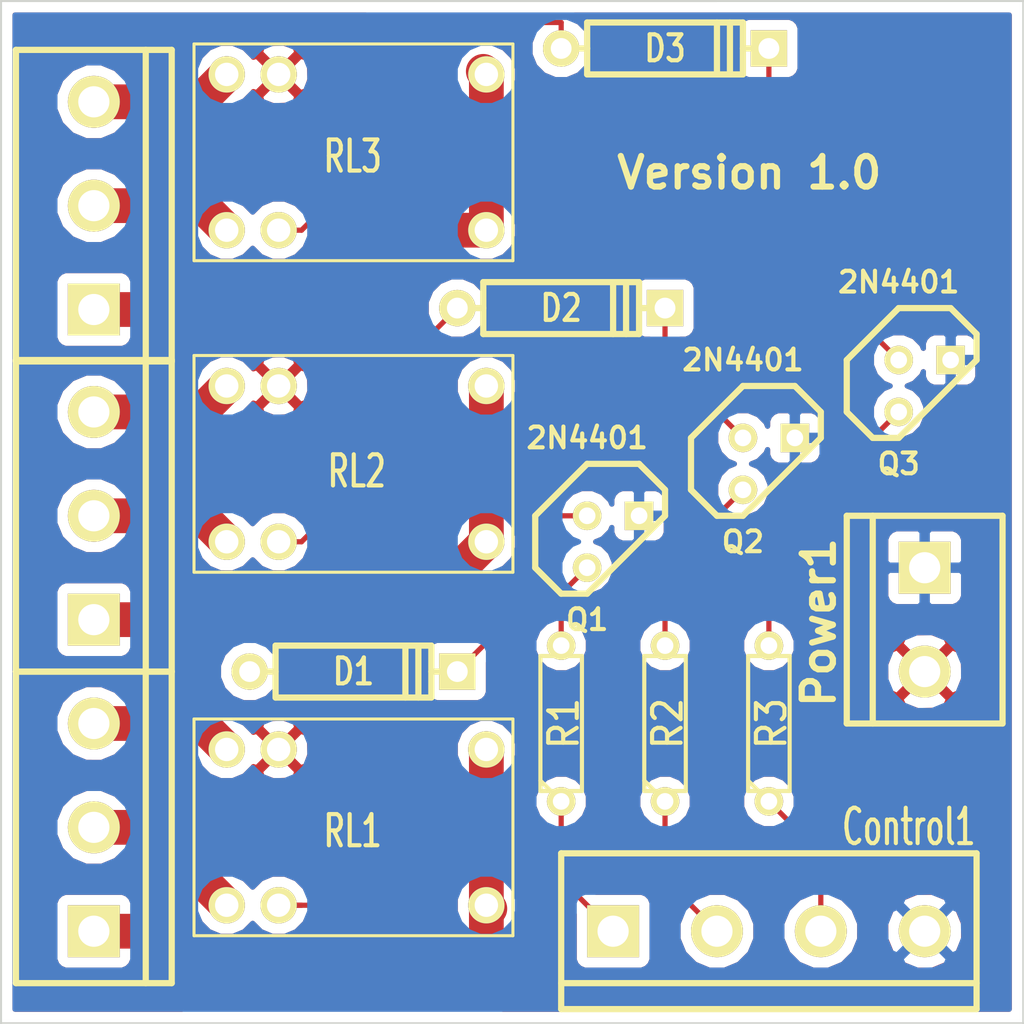
<source format=kicad_pcb>
(kicad_pcb (version 3) (host pcbnew "(2014-01-10 BZR 4027)-stable")

  (general
    (links 31)
    (no_connects 0)
    (area 123.2916 69.9324 175.050001 121.7484)
    (thickness 1.6)
    (drawings 6)
    (tracks 58)
    (zones 0)
    (modules 17)
    (nets 24)
  )

  (page A3)
  (layers
    (15 F.Cu signal)
    (0 B.Cu signal hide)
    (17 F.Adhes user)
    (19 F.Paste user)
    (21 F.SilkS user)
    (23 F.Mask user)
    (28 Edge.Cuts user)
  )

  (setup
    (last_trace_width 1.7)
    (trace_clearance 0.254)
    (zone_clearance 0.508)
    (zone_45_only no)
    (trace_min 0.254)
    (segment_width 0.2)
    (edge_width 0.1)
    (via_size 0.889)
    (via_drill 0.635)
    (via_min_size 0.889)
    (via_min_drill 0.508)
    (uvia_size 0.508)
    (uvia_drill 0.127)
    (uvias_allowed no)
    (uvia_min_size 0.508)
    (uvia_min_drill 0.127)
    (pcb_text_width 0.3)
    (pcb_text_size 1.5 1.5)
    (mod_edge_width 0.15)
    (mod_text_size 1 1)
    (mod_text_width 0.15)
    (pad_size 2.54 2.54)
    (pad_drill 1.524)
    (pad_to_mask_clearance 0)
    (aux_axis_origin 0 0)
    (visible_elements FFFFFFBF)
    (pcbplotparams
      (layerselection 3178497)
      (usegerberextensions true)
      (excludeedgelayer true)
      (linewidth 0.150000)
      (plotframeref false)
      (viasonmask false)
      (mode 1)
      (useauxorigin false)
      (hpglpennumber 1)
      (hpglpenspeed 20)
      (hpglpendiameter 15)
      (hpglpenoverlay 2)
      (psnegative false)
      (psa4output false)
      (plotreference true)
      (plotvalue true)
      (plotothertext true)
      (plotinvisibletext false)
      (padsonsilk false)
      (subtractmaskfromsilk false)
      (outputformat 1)
      (mirror false)
      (drillshape 1)
      (scaleselection 1)
      (outputdirectory ""))
  )

  (net 0 "")
  (net 1 GND)
  (net 2 N-000001)
  (net 3 N-0000010)
  (net 4 N-0000011)
  (net 5 N-0000014)
  (net 6 N-0000015)
  (net 7 N-0000016)
  (net 8 N-0000017)
  (net 9 N-0000018)
  (net 10 N-0000019)
  (net 11 N-000002)
  (net 12 N-0000020)
  (net 13 N-0000021)
  (net 14 N-0000022)
  (net 15 N-0000023)
  (net 16 N-000003)
  (net 17 N-000004)
  (net 18 N-000005)
  (net 19 N-000006)
  (net 20 N-000007)
  (net 21 N-000008)
  (net 22 N-000009)
  (net 23 VCC)

  (net_class Default "This is the default net class."
    (clearance 0.254)
    (trace_width 1.7)
    (via_dia 0.889)
    (via_drill 0.635)
    (uvia_dia 0.508)
    (uvia_drill 0.127)
    (add_net "")
    (add_net GND)
    (add_net N-000001)
    (add_net N-0000010)
    (add_net N-0000011)
    (add_net N-0000014)
    (add_net N-0000015)
    (add_net N-0000016)
    (add_net N-0000017)
    (add_net N-0000018)
    (add_net N-0000019)
    (add_net N-000002)
    (add_net N-0000020)
    (add_net N-0000021)
    (add_net N-0000022)
    (add_net N-0000023)
    (add_net N-000003)
    (add_net N-000004)
    (add_net N-000005)
    (add_net N-000006)
    (add_net N-000007)
    (add_net N-000008)
    (add_net N-000009)
    (add_net VCC)
  )

  (module bornier2 (layer F.Cu) (tedit 5367D357) (tstamp 535E8E71)
    (at 170.18 100.26 270)
    (descr "Bornier d'alimentation 2 pins")
    (tags DEV)
    (path /53589E2C)
    (fp_text reference Power1 (at 0.14 5.18 270) (layer F.SilkS)
      (effects (font (size 1.524 1.524) (thickness 0.3048)))
    )
    (fp_text value CONN_2 (at 0 5.08 270) (layer F.SilkS) hide
      (effects (font (size 1.524 1.524) (thickness 0.3048)))
    )
    (fp_line (start 5.08 2.54) (end -5.08 2.54) (layer F.SilkS) (width 0.3048))
    (fp_line (start 5.08 3.81) (end 5.08 -3.81) (layer F.SilkS) (width 0.3048))
    (fp_line (start 5.08 -3.81) (end -5.08 -3.81) (layer F.SilkS) (width 0.3048))
    (fp_line (start -5.08 -3.81) (end -5.08 3.81) (layer F.SilkS) (width 0.3048))
    (fp_line (start -5.08 3.81) (end 5.08 3.81) (layer F.SilkS) (width 0.3048))
    (pad 1 thru_hole rect (at -2.54 0 270) (size 2.54 2.54) (drill 1.524)
      (layers *.Cu *.Mask F.SilkS)
      (net 1 GND)
    )
    (pad 2 thru_hole circle (at 2.54 0 270) (size 2.54 2.54) (drill 1.524)
      (layers *.Cu *.Mask F.SilkS)
      (net 23 VCC)
    )
    (model Device/bornier_2.wrl
      (at (xyz 0 0 0))
      (scale (xyz 1 1 1))
      (rotate (xyz 0 0 0))
    )
  )

  (module bornier3 (layer F.Cu) (tedit 5367CEA5) (tstamp 5366FDA0)
    (at 129.54 110.42 90)
    (descr "Bornier d'alimentation 3 pins")
    (tags DEV)
    (path /535E3856)
    (fp_text reference K1 (at 0 -5.08 90) (layer F.SilkS) hide
      (effects (font (size 1.524 1.524) (thickness 0.3048)))
    )
    (fp_text value CONN_3 (at 0 5.08 90) (layer F.SilkS) hide
      (effects (font (size 1.524 1.524) (thickness 0.3048)))
    )
    (fp_line (start -7.62 3.81) (end -7.62 -3.81) (layer F.SilkS) (width 0.3048))
    (fp_line (start 7.62 3.81) (end 7.62 -3.81) (layer F.SilkS) (width 0.3048))
    (fp_line (start -7.62 2.54) (end 7.62 2.54) (layer F.SilkS) (width 0.3048))
    (fp_line (start -7.62 -3.81) (end 7.62 -3.81) (layer F.SilkS) (width 0.3048))
    (fp_line (start -7.62 3.81) (end 7.62 3.81) (layer F.SilkS) (width 0.3048))
    (pad 1 thru_hole rect (at -5.08 0 90) (size 2.54 2.54) (drill 1.524)
      (layers *.Cu *.Mask F.SilkS)
      (net 22 N-000009)
    )
    (pad 2 thru_hole circle (at 0 0 90) (size 2.54 2.54) (drill 1.524)
      (layers *.Cu *.Mask F.SilkS)
      (net 20 N-000007)
    )
    (pad 3 thru_hole circle (at 5.08 0 90) (size 2.54 2.54) (drill 1.524)
      (layers *.Cu *.Mask F.SilkS)
      (net 21 N-000008)
    )
    (model Device/bornier_3.wrl
      (at (xyz 0 0 0))
      (scale (xyz 1 1 1))
      (rotate (xyz 0 0 0))
    )
  )

  (module bornier3 (layer F.Cu) (tedit 5366FFC6) (tstamp 535E7DC3)
    (at 129.54 80.01 90)
    (descr "Bornier d'alimentation 3 pins")
    (tags DEV)
    (path /535E38F2)
    (fp_text reference K3 (at 0 -5.08 90) (layer F.SilkS) hide
      (effects (font (size 1.524 1.524) (thickness 0.3048)))
    )
    (fp_text value CONN_3 (at 0 5.08 90) (layer F.SilkS) hide
      (effects (font (size 1.524 1.524) (thickness 0.3048)))
    )
    (fp_line (start -7.62 3.81) (end -7.62 -3.81) (layer F.SilkS) (width 0.3048))
    (fp_line (start 7.62 3.81) (end 7.62 -3.81) (layer F.SilkS) (width 0.3048))
    (fp_line (start -7.62 2.54) (end 7.62 2.54) (layer F.SilkS) (width 0.3048))
    (fp_line (start -7.62 -3.81) (end 7.62 -3.81) (layer F.SilkS) (width 0.3048))
    (fp_line (start -7.62 3.81) (end 7.62 3.81) (layer F.SilkS) (width 0.3048))
    (pad 1 thru_hole rect (at -5.08 0 90) (size 2.54 2.54) (drill 1.524)
      (layers *.Cu *.Mask F.SilkS)
      (net 18 N-000005)
    )
    (pad 2 thru_hole circle (at 0 0 90) (size 2.54 2.54) (drill 1.524)
      (layers *.Cu *.Mask F.SilkS)
      (net 17 N-000004)
    )
    (pad 3 thru_hole circle (at 5.08 0 90) (size 2.54 2.54) (drill 1.524)
      (layers *.Cu *.Mask F.SilkS)
      (net 16 N-000003)
    )
    (model Device/bornier_3.wrl
      (at (xyz 0 0 0))
      (scale (xyz 1 1 1))
      (rotate (xyz 0 0 0))
    )
  )

  (module bornier3 (layer F.Cu) (tedit 5366FFBC) (tstamp 5366FD93)
    (at 129.54 95.18 90)
    (descr "Bornier d'alimentation 3 pins")
    (tags DEV)
    (path /535E38EC)
    (fp_text reference K2 (at 0 -5.08 90) (layer F.SilkS) hide
      (effects (font (size 1.524 1.524) (thickness 0.3048)))
    )
    (fp_text value CONN_3 (at 0 5.08 90) (layer F.SilkS) hide
      (effects (font (size 1.524 1.524) (thickness 0.3048)))
    )
    (fp_line (start -7.62 3.81) (end -7.62 -3.81) (layer F.SilkS) (width 0.3048))
    (fp_line (start 7.62 3.81) (end 7.62 -3.81) (layer F.SilkS) (width 0.3048))
    (fp_line (start -7.62 2.54) (end 7.62 2.54) (layer F.SilkS) (width 0.3048))
    (fp_line (start -7.62 -3.81) (end 7.62 -3.81) (layer F.SilkS) (width 0.3048))
    (fp_line (start -7.62 3.81) (end 7.62 3.81) (layer F.SilkS) (width 0.3048))
    (pad 1 thru_hole rect (at -5.08 0 90) (size 2.54 2.54) (drill 1.524)
      (layers *.Cu *.Mask F.SilkS)
      (net 11 N-000002)
    )
    (pad 2 thru_hole circle (at 0 0 90) (size 2.54 2.54) (drill 1.524)
      (layers *.Cu *.Mask F.SilkS)
      (net 19 N-000006)
    )
    (pad 3 thru_hole circle (at 5.08 0 90) (size 2.54 2.54) (drill 1.524)
      (layers *.Cu *.Mask F.SilkS)
      (net 2 N-000001)
    )
    (model Device/bornier_3.wrl
      (at (xyz 0 0 0))
      (scale (xyz 1 1 1))
      (rotate (xyz 0 0 0))
    )
  )

  (module bornier4 (layer F.Cu) (tedit 5367D3D2) (tstamp 535E7DAB)
    (at 162.56 115.5)
    (descr "Bornier d'alimentation 4 pins")
    (tags DEV)
    (path /5358932A)
    (fp_text reference Control1 (at 6.84 -5.1) (layer F.SilkS)
      (effects (font (size 1.732 1.016) (thickness 0.2)))
    )
    (fp_text value CONN_4 (at 0 5.08) (layer F.SilkS) hide
      (effects (font (size 1.524 1.524) (thickness 0.3048)))
    )
    (fp_line (start -10.16 -3.81) (end -10.16 3.81) (layer F.SilkS) (width 0.3048))
    (fp_line (start 10.16 3.81) (end 10.16 -3.81) (layer F.SilkS) (width 0.3048))
    (fp_line (start 10.16 2.54) (end -10.16 2.54) (layer F.SilkS) (width 0.3048))
    (fp_line (start -10.16 -3.81) (end 10.16 -3.81) (layer F.SilkS) (width 0.3048))
    (fp_line (start -10.16 3.81) (end 10.16 3.81) (layer F.SilkS) (width 0.3048))
    (pad 2 thru_hole circle (at -2.54 0) (size 2.54 2.54) (drill 1.524)
      (layers *.Cu *.Mask F.SilkS)
      (net 15 N-0000023)
    )
    (pad 3 thru_hole circle (at 2.54 0) (size 2.54 2.54) (drill 1.524)
      (layers *.Cu *.Mask F.SilkS)
      (net 7 N-0000016)
    )
    (pad 1 thru_hole rect (at -7.62 0) (size 2.54 2.54) (drill 1.524)
      (layers *.Cu *.Mask F.SilkS)
      (net 10 N-0000019)
    )
    (pad 4 thru_hole circle (at 7.62 0) (size 2.54 2.54) (drill 1.524)
      (layers *.Cu *.Mask F.SilkS)
      (net 1 GND)
    )
    (model Device/bornier_4.wrl
      (at (xyz 0 0 0))
      (scale (xyz 1 1 1))
      (rotate (xyz 0 0 0))
    )
  )

  (module D4 (layer F.Cu) (tedit 200000) (tstamp 535E7D9E)
    (at 157.48 72.32)
    (descr "Diode 4 pas")
    (tags "DIODE DEV")
    (path /535E34DD)
    (fp_text reference D3 (at 0 0) (layer F.SilkS)
      (effects (font (size 1.27 1.016) (thickness 0.2032)))
    )
    (fp_text value DIODE (at 0 0) (layer F.SilkS) hide
      (effects (font (size 1.27 1.016) (thickness 0.2032)))
    )
    (fp_line (start -3.81 -1.27) (end 3.81 -1.27) (layer F.SilkS) (width 0.3048))
    (fp_line (start 3.81 -1.27) (end 3.81 1.27) (layer F.SilkS) (width 0.3048))
    (fp_line (start 3.81 1.27) (end -3.81 1.27) (layer F.SilkS) (width 0.3048))
    (fp_line (start -3.81 1.27) (end -3.81 -1.27) (layer F.SilkS) (width 0.3048))
    (fp_line (start 3.175 -1.27) (end 3.175 1.27) (layer F.SilkS) (width 0.3048))
    (fp_line (start 2.54 1.27) (end 2.54 -1.27) (layer F.SilkS) (width 0.3048))
    (fp_line (start -3.81 0) (end -5.08 0) (layer F.SilkS) (width 0.3048))
    (fp_line (start 3.81 0) (end 5.08 0) (layer F.SilkS) (width 0.3048))
    (pad 1 thru_hole circle (at -5.08 0) (size 1.778 1.778) (drill 1.016)
      (layers *.Cu *.Mask F.SilkS)
      (net 12 N-0000020)
    )
    (pad 2 thru_hole rect (at 5.08 0) (size 1.778 1.778) (drill 1.016)
      (layers *.Cu *.Mask F.SilkS)
      (net 3 N-0000010)
    )
    (model discret/diode.wrl
      (at (xyz 0 0 0))
      (scale (xyz 0.4 0.4 0.4))
      (rotate (xyz 0 0 0))
    )
  )

  (module D4 (layer F.Cu) (tedit 200000) (tstamp 535E7D90)
    (at 152.4 85.02)
    (descr "Diode 4 pas")
    (tags "DIODE DEV")
    (path /535E342C)
    (fp_text reference D2 (at 0 0) (layer F.SilkS)
      (effects (font (size 1.27 1.016) (thickness 0.2032)))
    )
    (fp_text value DIODE (at 0 0) (layer F.SilkS) hide
      (effects (font (size 1.27 1.016) (thickness 0.2032)))
    )
    (fp_line (start -3.81 -1.27) (end 3.81 -1.27) (layer F.SilkS) (width 0.3048))
    (fp_line (start 3.81 -1.27) (end 3.81 1.27) (layer F.SilkS) (width 0.3048))
    (fp_line (start 3.81 1.27) (end -3.81 1.27) (layer F.SilkS) (width 0.3048))
    (fp_line (start -3.81 1.27) (end -3.81 -1.27) (layer F.SilkS) (width 0.3048))
    (fp_line (start 3.175 -1.27) (end 3.175 1.27) (layer F.SilkS) (width 0.3048))
    (fp_line (start 2.54 1.27) (end 2.54 -1.27) (layer F.SilkS) (width 0.3048))
    (fp_line (start -3.81 0) (end -5.08 0) (layer F.SilkS) (width 0.3048))
    (fp_line (start 3.81 0) (end 5.08 0) (layer F.SilkS) (width 0.3048))
    (pad 1 thru_hole circle (at -5.08 0) (size 1.778 1.778) (drill 1.016)
      (layers *.Cu *.Mask F.SilkS)
      (net 13 N-0000021)
    )
    (pad 2 thru_hole rect (at 5.08 0) (size 1.778 1.778) (drill 1.016)
      (layers *.Cu *.Mask F.SilkS)
      (net 4 N-0000011)
    )
    (model discret/diode.wrl
      (at (xyz 0 0 0))
      (scale (xyz 0.4 0.4 0.4))
      (rotate (xyz 0 0 0))
    )
  )

  (module D4 (layer F.Cu) (tedit 5367D3A6) (tstamp 535E7D82)
    (at 142.24 102.8)
    (descr "Diode 4 pas")
    (tags "DIODE DEV")
    (path /535E33EA)
    (fp_text reference D1 (at 0 0) (layer F.SilkS)
      (effects (font (size 1.27 1.016) (thickness 0.2032)))
    )
    (fp_text value DIODE (at 0 0) (layer F.SilkS) hide
      (effects (font (size 1.27 1.016) (thickness 0.2032)))
    )
    (fp_line (start -3.81 -1.27) (end 3.81 -1.27) (layer F.SilkS) (width 0.3048))
    (fp_line (start 3.81 -1.27) (end 3.81 1.27) (layer F.SilkS) (width 0.3048))
    (fp_line (start 3.81 1.27) (end -3.81 1.27) (layer F.SilkS) (width 0.3048))
    (fp_line (start -3.81 1.27) (end -3.81 -1.27) (layer F.SilkS) (width 0.3048))
    (fp_line (start 3.175 -1.27) (end 3.175 1.27) (layer F.SilkS) (width 0.3048))
    (fp_line (start 2.54 1.27) (end 2.54 -1.27) (layer F.SilkS) (width 0.3048))
    (fp_line (start -3.81 0) (end -5.08 0) (layer F.SilkS) (width 0.3048))
    (fp_line (start 3.81 0) (end 5.08 0) (layer F.SilkS) (width 0.3048))
    (pad 1 thru_hole circle (at -5.08 0) (size 1.778 1.778) (drill 1.016)
      (layers *.Cu *.Mask F.SilkS)
      (net 14 N-0000022)
    )
    (pad 2 thru_hole rect (at 5.08 0) (size 1.778 1.778) (drill 1.016)
      (layers *.Cu *.Mask F.SilkS)
      (net 5 N-0000014)
    )
    (model discret/diode.wrl
      (at (xyz 0 0 0))
      (scale (xyz 0.4 0.4 0.4))
      (rotate (xyz 0 0 0))
    )
  )

  (module R3 (layer F.Cu) (tedit 5367CF15) (tstamp 5367CF84)
    (at 162.56 105.34 90)
    (descr "Resitance 3 pas")
    (tags R)
    (path /535876CF)
    (autoplace_cost180 10)
    (fp_text reference R3 (at 0 0.127 90) (layer F.SilkS) hide
      (effects (font (size 1.397 1.27) (thickness 0.2032)))
    )
    (fp_text value R3 (at 0 0.127 90) (layer F.SilkS)
      (effects (font (size 1.397 1.27) (thickness 0.2032)))
    )
    (fp_line (start -3.81 0) (end -3.302 0) (layer F.SilkS) (width 0.2032))
    (fp_line (start 3.81 0) (end 3.302 0) (layer F.SilkS) (width 0.2032))
    (fp_line (start 3.302 0) (end 3.302 -1.016) (layer F.SilkS) (width 0.2032))
    (fp_line (start 3.302 -1.016) (end -3.302 -1.016) (layer F.SilkS) (width 0.2032))
    (fp_line (start -3.302 -1.016) (end -3.302 1.016) (layer F.SilkS) (width 0.2032))
    (fp_line (start -3.302 1.016) (end 3.302 1.016) (layer F.SilkS) (width 0.2032))
    (fp_line (start 3.302 1.016) (end 3.302 0) (layer F.SilkS) (width 0.2032))
    (fp_line (start -3.302 -0.508) (end -2.794 -1.016) (layer F.SilkS) (width 0.2032))
    (pad 1 thru_hole circle (at -3.81 0 90) (size 1.397 1.397) (drill 0.8128)
      (layers *.Cu *.Mask F.SilkS)
      (net 7 N-0000016)
    )
    (pad 2 thru_hole circle (at 3.81 0 90) (size 1.397 1.397) (drill 0.8128)
      (layers *.Cu *.Mask F.SilkS)
      (net 6 N-0000015)
    )
    (model discret/resistor.wrl
      (at (xyz 0 0 0))
      (scale (xyz 0.3 0.3 0.3))
      (rotate (xyz 0 0 0))
    )
  )

  (module R3 (layer F.Cu) (tedit 5367CF11) (tstamp 5367CF93)
    (at 157.48 105.34 90)
    (descr "Resitance 3 pas")
    (tags R)
    (path /535876BB)
    (autoplace_cost180 10)
    (fp_text reference R2 (at 0 0.127 90) (layer F.SilkS) hide
      (effects (font (size 1.397 1.27) (thickness 0.2032)))
    )
    (fp_text value R2 (at 0 0.127 90) (layer F.SilkS)
      (effects (font (size 1.397 1.27) (thickness 0.2032)))
    )
    (fp_line (start -3.81 0) (end -3.302 0) (layer F.SilkS) (width 0.2032))
    (fp_line (start 3.81 0) (end 3.302 0) (layer F.SilkS) (width 0.2032))
    (fp_line (start 3.302 0) (end 3.302 -1.016) (layer F.SilkS) (width 0.2032))
    (fp_line (start 3.302 -1.016) (end -3.302 -1.016) (layer F.SilkS) (width 0.2032))
    (fp_line (start -3.302 -1.016) (end -3.302 1.016) (layer F.SilkS) (width 0.2032))
    (fp_line (start -3.302 1.016) (end 3.302 1.016) (layer F.SilkS) (width 0.2032))
    (fp_line (start 3.302 1.016) (end 3.302 0) (layer F.SilkS) (width 0.2032))
    (fp_line (start -3.302 -0.508) (end -2.794 -1.016) (layer F.SilkS) (width 0.2032))
    (pad 1 thru_hole circle (at -3.81 0 90) (size 1.397 1.397) (drill 0.8128)
      (layers *.Cu *.Mask F.SilkS)
      (net 15 N-0000023)
    )
    (pad 2 thru_hole circle (at 3.81 0 90) (size 1.397 1.397) (drill 0.8128)
      (layers *.Cu *.Mask F.SilkS)
      (net 8 N-0000017)
    )
    (model discret/resistor.wrl
      (at (xyz 0 0 0))
      (scale (xyz 0.3 0.3 0.3))
      (rotate (xyz 0 0 0))
    )
  )

  (module R3 (layer F.Cu) (tedit 5367CF0C) (tstamp 5367CFA2)
    (at 152.4 105.34 90)
    (descr "Resitance 3 pas")
    (tags R)
    (path /535875FA)
    (autoplace_cost180 10)
    (fp_text reference R1 (at 0 0.127 90) (layer F.SilkS) hide
      (effects (font (size 1.397 1.27) (thickness 0.2032)))
    )
    (fp_text value R1 (at 0 0.127 90) (layer F.SilkS)
      (effects (font (size 1.397 1.27) (thickness 0.2032)))
    )
    (fp_line (start -3.81 0) (end -3.302 0) (layer F.SilkS) (width 0.2032))
    (fp_line (start 3.81 0) (end 3.302 0) (layer F.SilkS) (width 0.2032))
    (fp_line (start 3.302 0) (end 3.302 -1.016) (layer F.SilkS) (width 0.2032))
    (fp_line (start 3.302 -1.016) (end -3.302 -1.016) (layer F.SilkS) (width 0.2032))
    (fp_line (start -3.302 -1.016) (end -3.302 1.016) (layer F.SilkS) (width 0.2032))
    (fp_line (start -3.302 1.016) (end 3.302 1.016) (layer F.SilkS) (width 0.2032))
    (fp_line (start 3.302 1.016) (end 3.302 0) (layer F.SilkS) (width 0.2032))
    (fp_line (start -3.302 -0.508) (end -2.794 -1.016) (layer F.SilkS) (width 0.2032))
    (pad 1 thru_hole circle (at -3.81 0 90) (size 1.397 1.397) (drill 0.8128)
      (layers *.Cu *.Mask F.SilkS)
      (net 10 N-0000019)
    )
    (pad 2 thru_hole circle (at 3.81 0 90) (size 1.397 1.397) (drill 0.8128)
      (layers *.Cu *.Mask F.SilkS)
      (net 9 N-0000018)
    )
    (model discret/resistor.wrl
      (at (xyz 0 0 0))
      (scale (xyz 0.3 0.3 0.3))
      (rotate (xyz 0 0 0))
    )
  )

  (module TO92 (layer F.Cu) (tedit 443CFFD1) (tstamp 535E7D1D)
    (at 154.94 96.45)
    (descr "Transistor TO92 brochage type BC237")
    (tags "TR TO92")
    (path /53588F26)
    (fp_text reference Q1 (at -1.27 3.81) (layer F.SilkS)
      (effects (font (size 1.016 1.016) (thickness 0.2032)))
    )
    (fp_text value 2N4401 (at -1.27 -5.08) (layer F.SilkS)
      (effects (font (size 1.016 1.016) (thickness 0.2032)))
    )
    (fp_line (start -1.27 2.54) (end 2.54 -1.27) (layer F.SilkS) (width 0.3048))
    (fp_line (start 2.54 -1.27) (end 2.54 -2.54) (layer F.SilkS) (width 0.3048))
    (fp_line (start 2.54 -2.54) (end 1.27 -3.81) (layer F.SilkS) (width 0.3048))
    (fp_line (start 1.27 -3.81) (end -1.27 -3.81) (layer F.SilkS) (width 0.3048))
    (fp_line (start -1.27 -3.81) (end -3.81 -1.27) (layer F.SilkS) (width 0.3048))
    (fp_line (start -3.81 -1.27) (end -3.81 1.27) (layer F.SilkS) (width 0.3048))
    (fp_line (start -3.81 1.27) (end -2.54 2.54) (layer F.SilkS) (width 0.3048))
    (fp_line (start -2.54 2.54) (end -1.27 2.54) (layer F.SilkS) (width 0.3048))
    (pad 1 thru_hole rect (at 1.27 -1.27) (size 1.397 1.397) (drill 0.8128)
      (layers *.Cu *.Mask F.SilkS)
      (net 1 GND)
    )
    (pad 2 thru_hole circle (at -1.27 -1.27) (size 1.397 1.397) (drill 0.8128)
      (layers *.Cu *.Mask F.SilkS)
      (net 5 N-0000014)
    )
    (pad 3 thru_hole circle (at -1.27 1.27) (size 1.397 1.397) (drill 0.8128)
      (layers *.Cu *.Mask F.SilkS)
      (net 9 N-0000018)
    )
    (model discret/to98.wrl
      (at (xyz 0 0 0))
      (scale (xyz 1 1 1))
      (rotate (xyz 0 0 0))
    )
  )

  (module TO92 (layer F.Cu) (tedit 443CFFD1) (tstamp 535E7D0E)
    (at 162.56 92.64)
    (descr "Transistor TO92 brochage type BC237")
    (tags "TR TO92")
    (path /53588F3A)
    (fp_text reference Q2 (at -1.27 3.81) (layer F.SilkS)
      (effects (font (size 1.016 1.016) (thickness 0.2032)))
    )
    (fp_text value 2N4401 (at -1.27 -5.08) (layer F.SilkS)
      (effects (font (size 1.016 1.016) (thickness 0.2032)))
    )
    (fp_line (start -1.27 2.54) (end 2.54 -1.27) (layer F.SilkS) (width 0.3048))
    (fp_line (start 2.54 -1.27) (end 2.54 -2.54) (layer F.SilkS) (width 0.3048))
    (fp_line (start 2.54 -2.54) (end 1.27 -3.81) (layer F.SilkS) (width 0.3048))
    (fp_line (start 1.27 -3.81) (end -1.27 -3.81) (layer F.SilkS) (width 0.3048))
    (fp_line (start -1.27 -3.81) (end -3.81 -1.27) (layer F.SilkS) (width 0.3048))
    (fp_line (start -3.81 -1.27) (end -3.81 1.27) (layer F.SilkS) (width 0.3048))
    (fp_line (start -3.81 1.27) (end -2.54 2.54) (layer F.SilkS) (width 0.3048))
    (fp_line (start -2.54 2.54) (end -1.27 2.54) (layer F.SilkS) (width 0.3048))
    (pad 1 thru_hole rect (at 1.27 -1.27) (size 1.397 1.397) (drill 0.8128)
      (layers *.Cu *.Mask F.SilkS)
      (net 1 GND)
    )
    (pad 2 thru_hole circle (at -1.27 -1.27) (size 1.397 1.397) (drill 0.8128)
      (layers *.Cu *.Mask F.SilkS)
      (net 4 N-0000011)
    )
    (pad 3 thru_hole circle (at -1.27 1.27) (size 1.397 1.397) (drill 0.8128)
      (layers *.Cu *.Mask F.SilkS)
      (net 8 N-0000017)
    )
    (model discret/to98.wrl
      (at (xyz 0 0 0))
      (scale (xyz 1 1 1))
      (rotate (xyz 0 0 0))
    )
  )

  (module TO92 (layer F.Cu) (tedit 443CFFD1) (tstamp 535E8D9F)
    (at 170.18 88.83)
    (descr "Transistor TO92 brochage type BC237")
    (tags "TR TO92")
    (path /53588F4E)
    (fp_text reference Q3 (at -1.27 3.81) (layer F.SilkS)
      (effects (font (size 1.016 1.016) (thickness 0.2032)))
    )
    (fp_text value 2N4401 (at -1.27 -5.08) (layer F.SilkS)
      (effects (font (size 1.016 1.016) (thickness 0.2032)))
    )
    (fp_line (start -1.27 2.54) (end 2.54 -1.27) (layer F.SilkS) (width 0.3048))
    (fp_line (start 2.54 -1.27) (end 2.54 -2.54) (layer F.SilkS) (width 0.3048))
    (fp_line (start 2.54 -2.54) (end 1.27 -3.81) (layer F.SilkS) (width 0.3048))
    (fp_line (start 1.27 -3.81) (end -1.27 -3.81) (layer F.SilkS) (width 0.3048))
    (fp_line (start -1.27 -3.81) (end -3.81 -1.27) (layer F.SilkS) (width 0.3048))
    (fp_line (start -3.81 -1.27) (end -3.81 1.27) (layer F.SilkS) (width 0.3048))
    (fp_line (start -3.81 1.27) (end -2.54 2.54) (layer F.SilkS) (width 0.3048))
    (fp_line (start -2.54 2.54) (end -1.27 2.54) (layer F.SilkS) (width 0.3048))
    (pad 1 thru_hole rect (at 1.27 -1.27) (size 1.397 1.397) (drill 0.8128)
      (layers *.Cu *.Mask F.SilkS)
      (net 1 GND)
    )
    (pad 2 thru_hole circle (at -1.27 -1.27) (size 1.397 1.397) (drill 0.8128)
      (layers *.Cu *.Mask F.SilkS)
      (net 3 N-0000010)
    )
    (pad 3 thru_hole circle (at -1.27 1.27) (size 1.397 1.397) (drill 0.8128)
      (layers *.Cu *.Mask F.SilkS)
      (net 6 N-0000015)
    )
    (model discret/to98.wrl
      (at (xyz 0 0 0))
      (scale (xyz 1 1 1))
      (rotate (xyz 0 0 0))
    )
  )

  (module STDRelay   placed (layer F.Cu) (tedit 5367D348) (tstamp 535E7D65)
    (at 142.24 77.4)
    (descr 12)
    (tags "SWITCH DEV RELAY")
    (path /5355DAAF)
    (fp_text reference RL3 (at -0.04 0.2) (layer F.SilkS)
      (effects (font (size 1.524 1.016) (thickness 0.2032)))
    )
    (fp_text value Relay3 (at 0 -6.35) (layer F.SilkS) hide
      (effects (font (size 1.524 1.016) (thickness 0.2032)))
    )
    (fp_line (start -7.8 5.3) (end 7.8 5.3) (layer F.SilkS) (width 0.15))
    (fp_line (start 7.8 5.3) (end 7.8 -5.3) (layer F.SilkS) (width 0.15))
    (fp_line (start 7.8 -5.3) (end -7.8 -5.3) (layer F.SilkS) (width 0.15))
    (fp_line (start -7.8 -5.3) (end -7.8 5.3) (layer F.SilkS) (width 0.15))
    (pad A1 thru_hole circle (at -3.66 -3.81) (size 1.778 1.778) (drill 1.143)
      (layers *.Cu *.Mask F.SilkS)
      (net 23 VCC)
    )
    (pad A2 thru_hole circle (at -3.66 3.81) (size 1.778 1.778) (drill 1.143)
      (layers *.Cu *.Mask F.SilkS)
      (net 12 N-0000020)
    )
    (pad 14 thru_hole circle (at -6.2 3.81) (size 1.778 1.778) (drill 1.143)
      (layers *.Cu *.Mask F.SilkS)
      (net 17 N-000004)
    )
    (pad 12 thru_hole circle (at -6.2 -3.81) (size 1.778 1.778) (drill 1.143)
      (layers *.Cu *.Mask F.SilkS)
      (net 16 N-000003)
    )
    (pad 11 thru_hole circle (at 6.5 3.81) (size 1.778 1.778) (drill 1.143)
      (layers *.Cu *.Mask F.SilkS)
      (net 18 N-000005)
    )
    (pad 11 thru_hole circle (at 6.5 -3.81) (size 1.778 1.778) (drill 1.143)
      (layers *.Cu *.Mask F.SilkS)
      (net 18 N-000005)
    )
  )

  (module STDRelay   placed (layer F.Cu) (tedit 5367D338) (tstamp 5367C9EB)
    (at 142.24 92.64)
    (descr 12)
    (tags "SWITCH DEV RELAY")
    (path /5355DA9B)
    (fp_text reference RL2 (at 0.16 0.36) (layer F.SilkS)
      (effects (font (size 1.524 1.016) (thickness 0.2032)))
    )
    (fp_text value Relay2 (at -0.127 -5.953) (layer F.SilkS) hide
      (effects (font (size 1.524 1.016) (thickness 0.2032)))
    )
    (fp_line (start -7.8 5.3) (end 7.8 5.3) (layer F.SilkS) (width 0.15))
    (fp_line (start 7.8 5.3) (end 7.8 -5.3) (layer F.SilkS) (width 0.15))
    (fp_line (start 7.8 -5.3) (end -7.8 -5.3) (layer F.SilkS) (width 0.15))
    (fp_line (start -7.8 -5.3) (end -7.8 5.3) (layer F.SilkS) (width 0.15))
    (pad A1 thru_hole circle (at -3.66 -3.81) (size 1.778 1.778) (drill 1.143)
      (layers *.Cu *.Mask F.SilkS)
      (net 23 VCC)
    )
    (pad A2 thru_hole circle (at -3.66 3.81) (size 1.778 1.778) (drill 1.143)
      (layers *.Cu *.Mask F.SilkS)
      (net 13 N-0000021)
    )
    (pad 14 thru_hole circle (at -6.2 3.81) (size 1.778 1.778) (drill 1.143)
      (layers *.Cu *.Mask F.SilkS)
      (net 19 N-000006)
    )
    (pad 12 thru_hole circle (at -6.2 -3.81) (size 1.778 1.778) (drill 1.143)
      (layers *.Cu *.Mask F.SilkS)
      (net 2 N-000001)
    )
    (pad 11 thru_hole circle (at 6.5 3.81) (size 1.778 1.778) (drill 1.143)
      (layers *.Cu *.Mask F.SilkS)
      (net 11 N-000002)
    )
    (pad 11 thru_hole circle (at 6.5 -3.81) (size 1.778 1.778) (drill 1.143)
      (layers *.Cu *.Mask F.SilkS)
      (net 11 N-000002)
    )
  )

  (module STDRelay   placed (layer F.Cu) (tedit 5367D33D) (tstamp 535E7D56)
    (at 142.24 110.42)
    (descr 12)
    (tags "SWITCH DEV RELAY")
    (path /53587302)
    (fp_text reference RL1 (at -0.04 0.18) (layer F.SilkS)
      (effects (font (size 1.524 1.016) (thickness 0.2032)))
    )
    (fp_text value Relay1 (at 0 -6.35) (layer F.SilkS) hide
      (effects (font (size 1.524 1.016) (thickness 0.2032)))
    )
    (fp_line (start -7.8 5.3) (end 7.8 5.3) (layer F.SilkS) (width 0.15))
    (fp_line (start 7.8 5.3) (end 7.8 -5.3) (layer F.SilkS) (width 0.15))
    (fp_line (start 7.8 -5.3) (end -7.8 -5.3) (layer F.SilkS) (width 0.15))
    (fp_line (start -7.8 -5.3) (end -7.8 5.3) (layer F.SilkS) (width 0.15))
    (pad A1 thru_hole circle (at -3.66 -3.81) (size 1.778 1.778) (drill 1.143)
      (layers *.Cu *.Mask F.SilkS)
      (net 23 VCC)
    )
    (pad A2 thru_hole circle (at -3.66 3.81) (size 1.778 1.778) (drill 1.143)
      (layers *.Cu *.Mask F.SilkS)
      (net 14 N-0000022)
    )
    (pad 14 thru_hole circle (at -6.2 3.81) (size 1.778 1.778) (drill 1.143)
      (layers *.Cu *.Mask F.SilkS)
      (net 20 N-000007)
    )
    (pad 12 thru_hole circle (at -6.2 -3.81) (size 1.778 1.778) (drill 1.143)
      (layers *.Cu *.Mask F.SilkS)
      (net 21 N-000008)
    )
    (pad 11 thru_hole circle (at 6.5 3.81) (size 1.778 1.778) (drill 1.143)
      (layers *.Cu *.Mask F.SilkS)
      (net 22 N-000009)
    )
    (pad 11 thru_hole circle (at 6.5 -3.81) (size 1.778 1.778) (drill 1.143)
      (layers *.Cu *.Mask F.SilkS)
      (net 22 N-000009)
    )
  )

  (gr_text "Version 1.0" (at 161.6 78.4) (layer F.SilkS)
    (effects (font (size 1.5 1.5) (thickness 0.3)))
  )
  (gr_line (start 125 70) (end 160 70) (angle 90) (layer Edge.Cuts) (width 0.1))
  (gr_line (start 125 120) (end 125 70) (angle 90) (layer Edge.Cuts) (width 0.1))
  (gr_line (start 175 120) (end 125 120) (angle 90) (layer Edge.Cuts) (width 0.1))
  (gr_line (start 175 70) (end 175 120) (angle 90) (layer Edge.Cuts) (width 0.1))
  (gr_line (start 125 70) (end 175 70) (angle 90) (layer Edge.Cuts) (width 0.1))

  (segment (start 129.54 90.1) (end 134.77 90.1) (width 1.7) (layer F.Cu) (net 2))
  (segment (start 134.77 90.1) (end 136.04 88.83) (width 1.7) (layer F.Cu) (net 2) (tstamp 5367CBEA))
  (segment (start 162.56 72.32) (end 162.56 81.21) (width 0.254) (layer F.Cu) (net 3))
  (segment (start 162.56 81.21) (end 168.91 87.56) (width 0.254) (layer F.Cu) (net 3) (tstamp 5367CACA))
  (segment (start 157.48 85.02) (end 157.48 87.56) (width 0.254) (layer F.Cu) (net 4))
  (segment (start 157.48 87.56) (end 161.29 91.37) (width 0.254) (layer F.Cu) (net 4) (tstamp 5367CAE4))
  (segment (start 153.67 95.18) (end 151.13 95.18) (width 0.254) (layer F.Cu) (net 5))
  (segment (start 151.13 98.99) (end 147.32 102.8) (width 0.254) (layer F.Cu) (net 5) (tstamp 5367CB2C))
  (segment (start 151.13 95.18) (end 151.13 98.99) (width 0.254) (layer F.Cu) (net 5) (tstamp 5367CB1E))
  (segment (start 168.91 90.1) (end 162.56 96.45) (width 0.254) (layer F.Cu) (net 6))
  (segment (start 162.56 96.45) (end 162.56 101.53) (width 0.254) (layer F.Cu) (net 6) (tstamp 5366FC0B))
  (segment (start 165.1 115.5) (end 165.1 111.69) (width 0.254) (layer F.Cu) (net 7))
  (segment (start 165.1 111.69) (end 162.56 109.15) (width 0.254) (layer F.Cu) (net 7) (tstamp 5366FBA4))
  (segment (start 157.48 101.53) (end 157.48 97.72) (width 0.254) (layer F.Cu) (net 8))
  (segment (start 157.48 97.72) (end 161.29 93.91) (width 0.254) (layer F.Cu) (net 8) (tstamp 5366FC00))
  (segment (start 152.4 101.53) (end 152.4 98.99) (width 0.254) (layer F.Cu) (net 9))
  (segment (start 152.4 98.99) (end 153.67 97.72) (width 0.254) (layer F.Cu) (net 9) (tstamp 5366FBE1))
  (segment (start 152.4 109.15) (end 152.4 112.96) (width 0.254) (layer F.Cu) (net 10))
  (segment (start 152.4 112.96) (end 154.94 115.5) (width 0.254) (layer F.Cu) (net 10) (tstamp 5366FB6B))
  (segment (start 129.54 100.26) (end 144.93 100.26) (width 1.7) (layer F.Cu) (net 11))
  (segment (start 144.93 100.26) (end 148.74 96.45) (width 1.7) (layer F.Cu) (net 11) (tstamp 5367CBFC))
  (segment (start 148.74 96.45) (end 148.74 88.83) (width 1.7) (layer F.Cu) (net 11) (tstamp 5367CC0A))
  (segment (start 152.4 72.32) (end 152.4 71.05) (width 0.254) (layer F.Cu) (net 12))
  (segment (start 139.7 81.21) (end 138.58 81.21) (width 0.254) (layer F.Cu) (net 12) (tstamp 5367CB14))
  (segment (start 143.51 77.4) (end 139.7 81.21) (width 0.254) (layer F.Cu) (net 12) (tstamp 5367CB13))
  (segment (start 143.51 71.05) (end 143.51 77.4) (width 0.254) (layer F.Cu) (net 12) (tstamp 5367CB0D))
  (segment (start 152.4 71.05) (end 143.51 71.05) (width 0.254) (layer F.Cu) (net 12) (tstamp 5367CB0B))
  (segment (start 147.32 85.02) (end 143.51 88.83) (width 0.254) (layer F.Cu) (net 13))
  (segment (start 139.7 96.45) (end 138.58 96.45) (width 0.254) (layer F.Cu) (net 13) (tstamp 5367CAFF))
  (segment (start 143.51 92.64) (end 139.7 96.45) (width 0.254) (layer F.Cu) (net 13) (tstamp 5367CAF8))
  (segment (start 143.51 88.83) (end 143.51 92.64) (width 0.254) (layer F.Cu) (net 13) (tstamp 5367CAF1))
  (segment (start 137.16 102.8) (end 142.24 102.8) (width 0.254) (layer F.Cu) (net 14))
  (segment (start 142.24 114.23) (end 138.58 114.23) (width 0.254) (layer F.Cu) (net 14) (tstamp 5367CB5B))
  (segment (start 142.24 102.8) (end 142.24 114.23) (width 0.254) (layer F.Cu) (net 14) (tstamp 5367CB59))
  (segment (start 138.58 114.23) (end 139.7 114.23) (width 0.254) (layer F.Cu) (net 14) (tstamp 5367CB5F))
  (segment (start 157.48 109.15) (end 157.48 112.96) (width 0.254) (layer F.Cu) (net 15))
  (segment (start 157.48 112.96) (end 160.02 115.5) (width 0.254) (layer F.Cu) (net 15) (tstamp 5366FB7E))
  (segment (start 129.54 74.93) (end 134.7 74.93) (width 1.7) (layer F.Cu) (net 16))
  (segment (start 134.7 74.93) (end 136.04 73.59) (width 1.7) (layer F.Cu) (net 16) (tstamp 5367D555))
  (segment (start 129.54 80.01) (end 134.84 80.01) (width 1.7) (layer F.Cu) (net 17))
  (segment (start 134.84 80.01) (end 136.04 81.21) (width 1.7) (layer F.Cu) (net 17) (tstamp 5367D55F))
  (segment (start 129.54 85.09) (end 139.7 85.09) (width 1.7) (layer F.Cu) (net 18))
  (segment (start 143.58 81.21) (end 148.74 81.21) (width 1.7) (layer F.Cu) (net 18) (tstamp 5367D576))
  (segment (start 139.7 85.09) (end 143.58 81.21) (width 1.7) (layer F.Cu) (net 18) (tstamp 5367D574))
  (segment (start 148.74 81.21) (end 148.74 73.59) (width 1.7) (layer F.Cu) (net 18) (tstamp 5367CBC3))
  (segment (start 148.74 73.59) (end 148.59 73.44) (width 1.7) (layer F.Cu) (net 18) (tstamp 5367CBC5))
  (segment (start 129.54 95.18) (end 134.77 95.18) (width 1.7) (layer F.Cu) (net 19))
  (segment (start 134.77 95.18) (end 136.04 96.45) (width 1.7) (layer F.Cu) (net 19) (tstamp 5367CBF3))
  (segment (start 129.54 110.42) (end 132.23 110.42) (width 1.7) (layer F.Cu) (net 20))
  (segment (start 132.23 110.42) (end 136.04 114.23) (width 1.7) (layer F.Cu) (net 20) (tstamp 5367CC3A))
  (segment (start 129.54 105.34) (end 134.77 105.34) (width 1.7) (layer F.Cu) (net 21))
  (segment (start 134.77 105.34) (end 136.04 106.61) (width 1.7) (layer F.Cu) (net 21) (tstamp 5367CC32))
  (segment (start 148.74 106.61) (end 148.74 114.23) (width 1.7) (layer F.Cu) (net 22))
  (segment (start 148.74 114.23) (end 148.91 114.4) (width 1.7) (layer F.Cu) (net 22) (tstamp 5367D144))
  (segment (start 148.74 114.23) (end 148.74 118.06) (width 1.7) (layer F.Cu) (net 22))
  (segment (start 129.54 115.5) (end 132.1 115.5) (width 1.7) (layer F.Cu) (net 22))
  (segment (start 134.8 118.2) (end 148.6 118.2) (width 1.7) (layer F.Cu) (net 22) (tstamp 5367D075))
  (segment (start 132.1 115.5) (end 134.8 118.2) (width 1.7) (layer F.Cu) (net 22) (tstamp 5367D070))

  (zone (net 23) (net_name VCC) (layer F.Cu) (tstamp 5367CFDD) (hatch edge 0.508)
    (connect_pads (clearance 0.508))
    (min_thickness 0.254)
    (fill (arc_segments 16) (thermal_gap 0.508) (thermal_bridge_width 0.508))
    (polygon
      (pts
        (xy 175 120) (xy 125 120) (xy 125 70) (xy 175 70)
      )
    )
    (filled_polygon
      (pts
        (xy 174.315 119.315) (xy 172.78361 119.315) (xy 172.78361 88.132745) (xy 172.78361 86.735745) (xy 172.687141 86.502271)
        (xy 172.508668 86.323487) (xy 172.275364 86.226611) (xy 172.022745 86.22639) (xy 170.625745 86.22639) (xy 170.392271 86.322859)
        (xy 170.213487 86.501332) (xy 170.116611 86.734636) (xy 170.11639 86.987255) (xy 170.11639 86.987727) (xy 170.041145 86.80562)
        (xy 169.666353 86.430174) (xy 169.176413 86.226733) (xy 168.653906 86.226276) (xy 163.322 80.89437) (xy 163.322 73.84411)
        (xy 163.574755 73.84411) (xy 163.808229 73.747641) (xy 163.987013 73.569168) (xy 164.083889 73.335864) (xy 164.08411 73.083245)
        (xy 164.08411 71.305245) (xy 163.987641 71.071771) (xy 163.809168 70.892987) (xy 163.575864 70.796111) (xy 163.323245 70.79589)
        (xy 161.545245 70.79589) (xy 161.311771 70.892359) (xy 161.132987 71.070832) (xy 161.036111 71.304136) (xy 161.03589 71.556755)
        (xy 161.03589 73.334755) (xy 161.132359 73.568229) (xy 161.310832 73.747013) (xy 161.544136 73.843889) (xy 161.796755 73.84411)
        (xy 161.798 73.84411) (xy 161.798 81.21) (xy 161.856004 81.501605) (xy 162.021185 81.748815) (xy 167.576723 87.304353)
        (xy 167.57627 87.824086) (xy 167.778855 88.31438) (xy 168.153647 88.689826) (xy 168.491448 88.830093) (xy 168.15562 88.968855)
        (xy 167.780174 89.343647) (xy 167.576733 89.833587) (xy 167.576276 90.356093) (xy 165.16361 92.768759) (xy 165.16361 91.942745)
        (xy 165.16361 90.545745) (xy 165.067141 90.312271) (xy 164.888668 90.133487) (xy 164.655364 90.036611) (xy 164.402745 90.03639)
        (xy 163.005745 90.03639) (xy 162.772271 90.132859) (xy 162.593487 90.311332) (xy 162.496611 90.544636) (xy 162.49639 90.797255)
        (xy 162.49639 90.797727) (xy 162.421145 90.61562) (xy 162.046353 90.240174) (xy 161.556413 90.036733) (xy 161.033907 90.036276)
        (xy 158.242 87.244369) (xy 158.242 86.54411) (xy 158.494755 86.54411) (xy 158.728229 86.447641) (xy 158.907013 86.269168)
        (xy 159.003889 86.035864) (xy 159.00411 85.783245) (xy 159.00411 84.005245) (xy 158.907641 83.771771) (xy 158.729168 83.592987)
        (xy 158.495864 83.496111) (xy 158.243245 83.49589) (xy 156.465245 83.49589) (xy 156.231771 83.592359) (xy 156.052987 83.770832)
        (xy 155.956111 84.004136) (xy 155.95589 84.256755) (xy 155.95589 86.034755) (xy 156.052359 86.268229) (xy 156.230832 86.447013)
        (xy 156.464136 86.543889) (xy 156.716755 86.54411) (xy 156.718 86.54411) (xy 156.718 87.56) (xy 156.776004 87.851605)
        (xy 156.941185 88.098815) (xy 159.956723 91.114354) (xy 159.95627 91.634086) (xy 160.158855 92.12438) (xy 160.533647 92.499826)
        (xy 160.871448 92.640093) (xy 160.53562 92.778855) (xy 160.160174 93.153647) (xy 159.956733 93.643587) (xy 159.956276 94.166092)
        (xy 157.54361 96.578759) (xy 157.54361 95.752745) (xy 157.54361 94.355745) (xy 157.447141 94.122271) (xy 157.268668 93.943487)
        (xy 157.035364 93.846611) (xy 156.782745 93.84639) (xy 155.385745 93.84639) (xy 155.152271 93.942859) (xy 154.973487 94.121332)
        (xy 154.876611 94.354636) (xy 154.87639 94.607255) (xy 154.87639 94.607727) (xy 154.801145 94.42562) (xy 154.426353 94.050174)
        (xy 153.936413 93.846733) (xy 153.405914 93.84627) (xy 152.91562 94.048855) (xy 152.54583 94.418) (xy 151.13 94.418)
        (xy 150.838395 94.476004) (xy 150.591185 94.641185) (xy 150.426004 94.888395) (xy 150.368 95.18) (xy 150.368 98.674369)
        (xy 150.264263 98.778106) (xy 150.264263 96.148188) (xy 150.225 96.053164) (xy 150.225 89.227753) (xy 150.263734 89.134472)
        (xy 150.264263 88.528188) (xy 150.264263 80.908188) (xy 150.225 80.813164) (xy 150.225 73.987753) (xy 150.263734 73.894472)
        (xy 150.264263 73.288188) (xy 150.032737 72.727852) (xy 149.604403 72.29877) (xy 149.338115 72.188197) (xy 149.158285 72.068039)
        (xy 148.59 71.954999) (xy 148.021715 72.068039) (xy 147.539946 72.389946) (xy 147.218039 72.871715) (xy 147.104999 73.44)
        (xy 147.218039 74.008285) (xy 147.255 74.063601) (xy 147.255 79.725) (xy 143.58 79.725) (xy 143.011715 79.838039)
        (xy 142.529946 80.159946) (xy 142.529943 80.159949) (xy 139.084892 83.605) (xy 131.408234 83.605) (xy 131.348641 83.460771)
        (xy 131.170168 83.281987) (xy 130.936864 83.185111) (xy 130.684245 83.18489) (xy 128.144245 83.18489) (xy 127.910771 83.281359)
        (xy 127.731987 83.459832) (xy 127.635111 83.693136) (xy 127.63489 83.945755) (xy 127.63489 86.485755) (xy 127.731359 86.719229)
        (xy 127.909832 86.898013) (xy 128.143136 86.994889) (xy 128.395755 86.99511) (xy 130.935755 86.99511) (xy 131.169229 86.898641)
        (xy 131.348013 86.720168) (xy 131.408291 86.575) (xy 139.699994 86.575) (xy 139.7 86.575001) (xy 139.7 86.575)
        (xy 140.268285 86.461961) (xy 140.750054 86.140054) (xy 144.195107 82.695) (xy 148.342246 82.695) (xy 148.435528 82.733734)
        (xy 149.041812 82.734263) (xy 149.602148 82.502737) (xy 150.03123 82.074403) (xy 150.263734 81.514472) (xy 150.264263 80.908188)
        (xy 150.264263 88.528188) (xy 150.032737 87.967852) (xy 149.604403 87.53877) (xy 149.044472 87.306266) (xy 148.844263 87.306091)
        (xy 148.844263 84.718188) (xy 148.612737 84.157852) (xy 148.184403 83.72877) (xy 147.624472 83.496266) (xy 147.018188 83.495737)
        (xy 146.457852 83.727263) (xy 146.02877 84.155597) (xy 145.796266 84.715528) (xy 145.795737 85.321812) (xy 145.838079 85.424289)
        (xy 142.971185 88.291185) (xy 142.806004 88.538395) (xy 142.748 88.83) (xy 142.748 92.324369) (xy 140.115514 94.956855)
        (xy 140.115514 89.068035) (xy 140.089722 88.4623) (xy 139.907539 88.022468) (xy 139.652195 87.93741) (xy 139.47259 88.117015)
        (xy 139.47259 87.757805) (xy 139.387532 87.502461) (xy 138.818035 87.294486) (xy 138.2123 87.320278) (xy 137.772468 87.502461)
        (xy 137.68741 87.757805) (xy 138.58 88.650395) (xy 139.47259 87.757805) (xy 139.47259 88.117015) (xy 138.759605 88.83)
        (xy 139.652195 89.72259) (xy 139.907539 89.637532) (xy 140.115514 89.068035) (xy 140.115514 94.956855) (xy 139.678796 95.393573)
        (xy 139.47259 95.187006) (xy 139.47259 89.902195) (xy 138.58 89.009605) (xy 138.400395 89.18921) (xy 138.400395 88.83)
        (xy 137.507805 87.93741) (xy 137.342861 87.992354) (xy 137.332737 87.967852) (xy 136.904403 87.53877) (xy 136.344472 87.306266)
        (xy 135.738188 87.305737) (xy 135.177852 87.537263) (xy 134.74877 87.965597) (xy 134.709341 88.060551) (xy 134.154892 88.615)
        (xy 130.749318 88.615) (xy 130.620505 88.485961) (xy 129.92059 88.195332) (xy 129.162735 88.19467) (xy 128.462314 88.484078)
        (xy 127.925961 89.019495) (xy 127.635332 89.71941) (xy 127.63467 90.477265) (xy 127.924078 91.177686) (xy 128.459495 91.714039)
        (xy 129.15941 92.004668) (xy 129.917265 92.00533) (xy 130.617686 91.715922) (xy 130.748836 91.585) (xy 134.769994 91.585)
        (xy 134.77 91.585001) (xy 134.77 91.585) (xy 135.338285 91.471961) (xy 135.820054 91.150054) (xy 136.808799 90.161307)
        (xy 136.902148 90.122737) (xy 137.33123 89.694403) (xy 137.342404 89.667493) (xy 137.507805 89.72259) (xy 138.400395 88.83)
        (xy 138.400395 89.18921) (xy 137.68741 89.902195) (xy 137.772468 90.157539) (xy 138.341965 90.365514) (xy 138.9477 90.339722)
        (xy 139.387532 90.157539) (xy 139.47259 89.902195) (xy 139.47259 95.187006) (xy 139.444403 95.15877) (xy 138.884472 94.926266)
        (xy 138.278188 94.925737) (xy 137.717852 95.157263) (xy 137.309664 95.564739) (xy 136.904403 95.15877) (xy 136.809448 95.119341)
        (xy 135.820054 94.129946) (xy 135.338285 93.808039) (xy 134.77 93.694999) (xy 134.769994 93.695) (xy 130.749318 93.695)
        (xy 130.620505 93.565961) (xy 129.92059 93.275332) (xy 129.162735 93.27467) (xy 128.462314 93.564078) (xy 127.925961 94.099495)
        (xy 127.635332 94.79941) (xy 127.63467 95.557265) (xy 127.924078 96.257686) (xy 128.459495 96.794039) (xy 129.15941 97.084668)
        (xy 129.917265 97.08533) (xy 130.617686 96.795922) (xy 130.748836 96.665) (xy 134.154892 96.665) (xy 134.708692 97.218799)
        (xy 134.747263 97.312148) (xy 135.175597 97.74123) (xy 135.735528 97.973734) (xy 136.341812 97.974263) (xy 136.902148 97.742737)
        (xy 137.310335 97.33526) (xy 137.715597 97.74123) (xy 138.275528 97.973734) (xy 138.881812 97.974263) (xy 139.442148 97.742737)
        (xy 139.87123 97.314403) (xy 139.932996 97.165654) (xy 139.932996 97.165653) (xy 139.991604 97.153996) (xy 139.991605 97.153996)
        (xy 140.238815 96.988815) (xy 144.048815 93.178816) (xy 144.048815 93.178815) (xy 144.213996 92.931605) (xy 144.271999 92.64)
        (xy 144.272 92.64) (xy 144.272 89.14563) (xy 146.915451 86.502178) (xy 147.015528 86.543734) (xy 147.621812 86.544263)
        (xy 148.182148 86.312737) (xy 148.61123 85.884403) (xy 148.843734 85.324472) (xy 148.844263 84.718188) (xy 148.844263 87.306091)
        (xy 148.438188 87.305737) (xy 147.877852 87.537263) (xy 147.44877 87.965597) (xy 147.216266 88.525528) (xy 147.215737 89.131812)
        (xy 147.255 89.226835) (xy 147.255 95.834892) (xy 144.314892 98.775) (xy 131.408234 98.775) (xy 131.348641 98.630771)
        (xy 131.170168 98.451987) (xy 130.936864 98.355111) (xy 130.684245 98.35489) (xy 128.144245 98.35489) (xy 127.910771 98.451359)
        (xy 127.731987 98.629832) (xy 127.635111 98.863136) (xy 127.63489 99.115755) (xy 127.63489 101.655755) (xy 127.731359 101.889229)
        (xy 127.909832 102.068013) (xy 128.143136 102.164889) (xy 128.395755 102.16511) (xy 130.935755 102.16511) (xy 131.169229 102.068641)
        (xy 131.348013 101.890168) (xy 131.408291 101.745) (xy 136.059699 101.745) (xy 135.86877 101.935597) (xy 135.636266 102.495528)
        (xy 135.635737 103.101812) (xy 135.867263 103.662148) (xy 136.295597 104.09123) (xy 136.855528 104.323734) (xy 137.461812 104.324263)
        (xy 138.022148 104.092737) (xy 138.45123 103.664403) (xy 138.493751 103.562) (xy 141.478 103.562) (xy 141.478 113.468)
        (xy 140.115514 113.468) (xy 140.115514 106.848035) (xy 140.089722 106.2423) (xy 139.907539 105.802468) (xy 139.652195 105.71741)
        (xy 139.47259 105.897015) (xy 139.47259 105.537805) (xy 139.387532 105.282461) (xy 138.818035 105.074486) (xy 138.2123 105.100278)
        (xy 137.772468 105.282461) (xy 137.68741 105.537805) (xy 138.58 106.430395) (xy 139.47259 105.537805) (xy 139.47259 105.897015)
        (xy 138.759605 106.61) (xy 139.652195 107.50259) (xy 139.907539 107.417532) (xy 140.115514 106.848035) (xy 140.115514 113.468)
        (xy 139.914117 113.468) (xy 139.872737 113.367852) (xy 139.47259 112.967006) (xy 139.47259 107.682195) (xy 138.58 106.789605)
        (xy 138.400395 106.96921) (xy 138.400395 106.61) (xy 137.507805 105.71741) (xy 137.342861 105.772354) (xy 137.332737 105.747852)
        (xy 136.904403 105.31877) (xy 136.809448 105.279341) (xy 135.820054 104.289946) (xy 135.338285 103.968039) (xy 134.77 103.854999)
        (xy 134.769994 103.855) (xy 130.749318 103.855) (xy 130.620505 103.725961) (xy 129.92059 103.435332) (xy 129.162735 103.43467)
        (xy 128.462314 103.724078) (xy 127.925961 104.259495) (xy 127.635332 104.95941) (xy 127.63467 105.717265) (xy 127.924078 106.417686)
        (xy 128.459495 106.954039) (xy 129.15941 107.244668) (xy 129.917265 107.24533) (xy 130.617686 106.955922) (xy 130.748836 106.825)
        (xy 134.154892 106.825) (xy 134.708692 107.378799) (xy 134.747263 107.472148) (xy 135.175597 107.90123) (xy 135.735528 108.133734)
        (xy 136.341812 108.134263) (xy 136.902148 107.902737) (xy 137.33123 107.474403) (xy 137.342404 107.447493) (xy 137.507805 107.50259)
        (xy 138.400395 106.61) (xy 138.400395 106.96921) (xy 137.68741 107.682195) (xy 137.772468 107.937539) (xy 138.341965 108.145514)
        (xy 138.9477 108.119722) (xy 139.387532 107.937539) (xy 139.47259 107.682195) (xy 139.47259 112.967006) (xy 139.444403 112.93877)
        (xy 138.884472 112.706266) (xy 138.278188 112.705737) (xy 137.717852 112.937263) (xy 137.309664 113.344739) (xy 136.904403 112.93877)
        (xy 136.809448 112.899341) (xy 133.280054 109.369946) (xy 132.798285 109.048039) (xy 132.23 108.934999) (xy 132.229994 108.935)
        (xy 130.749318 108.935) (xy 130.620505 108.805961) (xy 129.92059 108.515332) (xy 129.162735 108.51467) (xy 128.462314 108.804078)
        (xy 127.925961 109.339495) (xy 127.635332 110.03941) (xy 127.63467 110.797265) (xy 127.924078 111.497686) (xy 128.459495 112.034039)
        (xy 129.15941 112.324668) (xy 129.917265 112.32533) (xy 130.617686 112.035922) (xy 130.748836 111.905) (xy 131.614892 111.905)
        (xy 134.708692 114.998799) (xy 134.747263 115.092148) (xy 135.175597 115.52123) (xy 135.735528 115.753734) (xy 136.341812 115.754263)
        (xy 136.902148 115.522737) (xy 137.310335 115.11526) (xy 137.715597 115.52123) (xy 138.275528 115.753734) (xy 138.881812 115.754263)
        (xy 139.442148 115.522737) (xy 139.87123 115.094403) (xy 139.913751 114.992) (xy 142.24 114.992) (xy 142.531605 114.933996)
        (xy 142.778815 114.768815) (xy 142.943996 114.521605) (xy 143.002 114.23) (xy 143.002 102.8) (xy 142.943996 102.508395)
        (xy 142.778815 102.261185) (xy 142.531605 102.096004) (xy 142.24 102.038) (xy 138.494117 102.038) (xy 138.452737 101.937852)
        (xy 138.260221 101.745) (xy 144.929994 101.745) (xy 144.93 101.745001) (xy 144.93 101.745) (xy 145.498285 101.631961)
        (xy 145.980054 101.310054) (xy 149.508799 97.781307) (xy 149.602148 97.742737) (xy 150.03123 97.314403) (xy 150.263734 96.754472)
        (xy 150.264263 96.148188) (xy 150.264263 98.778106) (xy 147.766479 101.27589) (xy 146.305245 101.27589) (xy 146.071771 101.372359)
        (xy 145.892987 101.550832) (xy 145.796111 101.784136) (xy 145.79589 102.036755) (xy 145.79589 103.814755) (xy 145.892359 104.048229)
        (xy 146.070832 104.227013) (xy 146.304136 104.323889) (xy 146.556755 104.32411) (xy 148.334755 104.32411) (xy 148.568229 104.227641)
        (xy 148.747013 104.049168) (xy 148.843889 103.815864) (xy 148.84411 103.563245) (xy 148.84411 102.35352) (xy 151.638 99.55963)
        (xy 151.638 100.406461) (xy 151.270174 100.773647) (xy 151.066733 101.263587) (xy 151.06627 101.794086) (xy 151.268855 102.28438)
        (xy 151.643647 102.659826) (xy 152.133587 102.863267) (xy 152.664086 102.86373) (xy 153.15438 102.661145) (xy 153.529826 102.286353)
        (xy 153.733267 101.796413) (xy 153.73373 101.265914) (xy 153.531145 100.77562) (xy 153.162 100.40583) (xy 153.162 99.30563)
        (xy 153.414353 99.053276) (xy 153.934086 99.05373) (xy 154.42438 98.851145) (xy 154.799826 98.476353) (xy 155.003267 97.986413)
        (xy 155.00373 97.455914) (xy 154.801145 96.96562) (xy 154.426353 96.590174) (xy 154.088551 96.449906) (xy 154.42438 96.311145)
        (xy 154.799826 95.936353) (xy 154.87639 95.751966) (xy 154.87639 96.004255) (xy 154.972859 96.237729) (xy 155.151332 96.416513)
        (xy 155.384636 96.513389) (xy 155.637255 96.51361) (xy 157.034255 96.51361) (xy 157.267729 96.417141) (xy 157.446513 96.238668)
        (xy 157.543389 96.005364) (xy 157.54361 95.752745) (xy 157.54361 96.578759) (xy 156.941185 97.181185) (xy 156.776004 97.428395)
        (xy 156.718 97.72) (xy 156.718 100.406461) (xy 156.350174 100.773647) (xy 156.146733 101.263587) (xy 156.14627 101.794086)
        (xy 156.348855 102.28438) (xy 156.723647 102.659826) (xy 157.213587 102.863267) (xy 157.744086 102.86373) (xy 158.23438 102.661145)
        (xy 158.609826 102.286353) (xy 158.813267 101.796413) (xy 158.81373 101.265914) (xy 158.611145 100.77562) (xy 158.242 100.40583)
        (xy 158.242 98.03563) (xy 161.034354 95.243276) (xy 161.554086 95.24373) (xy 162.04438 95.041145) (xy 162.419826 94.666353)
        (xy 162.623267 94.176413) (xy 162.62373 93.645914) (xy 162.421145 93.15562) (xy 162.046353 92.780174) (xy 161.708551 92.639906)
        (xy 162.04438 92.501145) (xy 162.419826 92.126353) (xy 162.49639 91.941966) (xy 162.49639 92.194255) (xy 162.592859 92.427729)
        (xy 162.771332 92.606513) (xy 163.004636 92.703389) (xy 163.257255 92.70361) (xy 164.654255 92.70361) (xy 164.887729 92.607141)
        (xy 165.066513 92.428668) (xy 165.163389 92.195364) (xy 165.16361 91.942745) (xy 165.16361 92.768759) (xy 162.021185 95.911185)
        (xy 161.856004 96.158395) (xy 161.798 96.45) (xy 161.798 100.406461) (xy 161.430174 100.773647) (xy 161.226733 101.263587)
        (xy 161.22627 101.794086) (xy 161.428855 102.28438) (xy 161.803647 102.659826) (xy 162.293587 102.863267) (xy 162.824086 102.86373)
        (xy 163.31438 102.661145) (xy 163.689826 102.286353) (xy 163.893267 101.796413) (xy 163.89373 101.265914) (xy 163.691145 100.77562)
        (xy 163.322 100.40583) (xy 163.322 96.76563) (xy 168.654353 91.433276) (xy 169.174086 91.43373) (xy 169.66438 91.231145)
        (xy 170.039826 90.856353) (xy 170.243267 90.366413) (xy 170.24373 89.835914) (xy 170.041145 89.34562) (xy 169.666353 88.970174)
        (xy 169.328551 88.829906) (xy 169.66438 88.691145) (xy 170.039826 88.316353) (xy 170.11639 88.131966) (xy 170.11639 88.384255)
        (xy 170.212859 88.617729) (xy 170.391332 88.796513) (xy 170.624636 88.893389) (xy 170.877255 88.89361) (xy 172.274255 88.89361)
        (xy 172.507729 88.797141) (xy 172.686513 88.618668) (xy 172.783389 88.385364) (xy 172.78361 88.132745) (xy 172.78361 119.315)
        (xy 172.09426 119.315) (xy 172.09426 103.128964) (xy 172.08511 102.779304) (xy 172.08511 98.864245) (xy 172.08511 96.324245)
        (xy 171.988641 96.090771) (xy 171.810168 95.911987) (xy 171.576864 95.815111) (xy 171.324245 95.81489) (xy 168.784245 95.81489)
        (xy 168.550771 95.911359) (xy 168.371987 96.089832) (xy 168.275111 96.323136) (xy 168.27489 96.575755) (xy 168.27489 99.115755)
        (xy 168.371359 99.349229) (xy 168.549832 99.528013) (xy 168.783136 99.624889) (xy 169.035755 99.62511) (xy 171.575755 99.62511)
        (xy 171.809229 99.528641) (xy 171.988013 99.350168) (xy 172.084889 99.116864) (xy 172.08511 98.864245) (xy 172.08511 102.779304)
        (xy 172.074435 102.371368) (xy 171.822656 101.763521) (xy 171.527776 101.631829) (xy 171.348171 101.811434) (xy 171.348171 101.452224)
        (xy 171.216479 101.157344) (xy 170.508964 100.88574) (xy 169.751368 100.905565) (xy 169.143521 101.157344) (xy 169.011829 101.452224)
        (xy 170.18 102.620395) (xy 171.348171 101.452224) (xy 171.348171 101.811434) (xy 170.359605 102.8) (xy 171.527776 103.968171)
        (xy 171.822656 103.836479) (xy 172.09426 103.128964) (xy 172.09426 119.315) (xy 172.08533 119.315) (xy 172.08533 115.122735)
        (xy 171.795922 114.422314) (xy 171.348171 113.97378) (xy 171.348171 104.147776) (xy 170.18 102.979605) (xy 170.000395 103.15921)
        (xy 170.000395 102.8) (xy 168.832224 101.631829) (xy 168.537344 101.763521) (xy 168.26574 102.471036) (xy 168.285565 103.228632)
        (xy 168.537344 103.836479) (xy 168.832224 103.968171) (xy 170.000395 102.8) (xy 170.000395 103.15921) (xy 169.011829 104.147776)
        (xy 169.143521 104.442656) (xy 169.851036 104.71426) (xy 170.608632 104.694435) (xy 171.216479 104.442656) (xy 171.348171 104.147776)
        (xy 171.348171 113.97378) (xy 171.260505 113.885961) (xy 170.56059 113.595332) (xy 169.802735 113.59467) (xy 169.102314 113.884078)
        (xy 168.565961 114.419495) (xy 168.275332 115.11941) (xy 168.27467 115.877265) (xy 168.564078 116.577686) (xy 169.099495 117.114039)
        (xy 169.79941 117.404668) (xy 170.557265 117.40533) (xy 171.257686 117.115922) (xy 171.794039 116.580505) (xy 172.084668 115.88059)
        (xy 172.08533 115.122735) (xy 172.08533 119.315) (xy 167.00533 119.315) (xy 167.00533 115.122735) (xy 166.715922 114.422314)
        (xy 166.180505 113.885961) (xy 165.862 113.753706) (xy 165.862 111.69) (xy 165.803996 111.398395) (xy 165.638815 111.151185)
        (xy 165.638815 111.151184) (xy 163.893276 109.405646) (xy 163.89373 108.885914) (xy 163.691145 108.39562) (xy 163.316353 108.020174)
        (xy 162.826413 107.816733) (xy 162.295914 107.81627) (xy 161.80562 108.018855) (xy 161.430174 108.393647) (xy 161.226733 108.883587)
        (xy 161.22627 109.414086) (xy 161.428855 109.90438) (xy 161.803647 110.279826) (xy 162.293587 110.483267) (xy 162.816092 110.483723)
        (xy 164.338 112.00563) (xy 164.338 113.753639) (xy 164.022314 113.884078) (xy 163.485961 114.419495) (xy 163.195332 115.11941)
        (xy 163.19467 115.877265) (xy 163.484078 116.577686) (xy 164.019495 117.114039) (xy 164.71941 117.404668) (xy 165.477265 117.40533)
        (xy 166.177686 117.115922) (xy 166.714039 116.580505) (xy 167.004668 115.88059) (xy 167.00533 115.122735) (xy 167.00533 119.315)
        (xy 161.92533 119.315) (xy 161.92533 115.122735) (xy 161.635922 114.422314) (xy 161.100505 113.885961) (xy 160.40059 113.595332)
        (xy 159.642735 113.59467) (xy 159.323999 113.726368) (xy 158.242 112.644369) (xy 158.242 110.273538) (xy 158.609826 109.906353)
        (xy 158.813267 109.416413) (xy 158.81373 108.885914) (xy 158.611145 108.39562) (xy 158.236353 108.020174) (xy 157.746413 107.816733)
        (xy 157.215914 107.81627) (xy 156.72562 108.018855) (xy 156.350174 108.393647) (xy 156.146733 108.883587) (xy 156.14627 109.414086)
        (xy 156.348855 109.90438) (xy 156.718 110.274169) (xy 156.718 112.96) (xy 156.776004 113.251605) (xy 156.941185 113.498815)
        (xy 158.246321 114.803951) (xy 158.115332 115.11941) (xy 158.11467 115.877265) (xy 158.404078 116.577686) (xy 158.939495 117.114039)
        (xy 159.63941 117.404668) (xy 160.397265 117.40533) (xy 161.097686 117.115922) (xy 161.634039 116.580505) (xy 161.924668 115.88059)
        (xy 161.92533 115.122735) (xy 161.92533 119.315) (xy 156.84511 119.315) (xy 156.84511 116.644245) (xy 156.84511 114.104245)
        (xy 156.748641 113.870771) (xy 156.570168 113.691987) (xy 156.336864 113.595111) (xy 156.084245 113.59489) (xy 154.11252 113.59489)
        (xy 153.162 112.644369) (xy 153.162 110.273538) (xy 153.529826 109.906353) (xy 153.733267 109.416413) (xy 153.73373 108.885914)
        (xy 153.531145 108.39562) (xy 153.156353 108.020174) (xy 152.666413 107.816733) (xy 152.135914 107.81627) (xy 151.64562 108.018855)
        (xy 151.270174 108.393647) (xy 151.066733 108.883587) (xy 151.06627 109.414086) (xy 151.268855 109.90438) (xy 151.638 110.274169)
        (xy 151.638 112.96) (xy 151.696004 113.251605) (xy 151.861185 113.498815) (xy 153.03489 114.67252) (xy 153.03489 116.895755)
        (xy 153.131359 117.129229) (xy 153.309832 117.308013) (xy 153.543136 117.404889) (xy 153.795755 117.40511) (xy 156.335755 117.40511)
        (xy 156.569229 117.308641) (xy 156.748013 117.130168) (xy 156.844889 116.896864) (xy 156.84511 116.644245) (xy 156.84511 119.315)
        (xy 149.552855 119.315) (xy 149.650054 119.250054) (xy 149.70613 119.16613) (xy 149.790054 119.110054) (xy 150.111961 118.628285)
        (xy 150.225 118.06) (xy 150.225 115.053532) (xy 150.281961 114.968285) (xy 150.395 114.4) (xy 150.281961 113.831715)
        (xy 150.225 113.746466) (xy 150.225 107.007753) (xy 150.263734 106.914472) (xy 150.264263 106.308188) (xy 150.032737 105.747852)
        (xy 149.604403 105.31877) (xy 149.044472 105.086266) (xy 148.438188 105.085737) (xy 147.877852 105.317263) (xy 147.44877 105.745597)
        (xy 147.216266 106.305528) (xy 147.215737 106.911812) (xy 147.255 107.006835) (xy 147.255 113.832246) (xy 147.216266 113.925528)
        (xy 147.215737 114.531812) (xy 147.255 114.626835) (xy 147.255 116.715) (xy 135.415107 116.715) (xy 133.150054 114.449946)
        (xy 132.668285 114.128039) (xy 132.1 114.014999) (xy 132.099994 114.015) (xy 131.408234 114.015) (xy 131.348641 113.870771)
        (xy 131.170168 113.691987) (xy 130.936864 113.595111) (xy 130.684245 113.59489) (xy 128.144245 113.59489) (xy 127.910771 113.691359)
        (xy 127.731987 113.869832) (xy 127.635111 114.103136) (xy 127.63489 114.355755) (xy 127.63489 116.895755) (xy 127.731359 117.129229)
        (xy 127.909832 117.308013) (xy 128.143136 117.404889) (xy 128.395755 117.40511) (xy 130.935755 117.40511) (xy 131.169229 117.308641)
        (xy 131.348013 117.130168) (xy 131.408291 116.985) (xy 131.484892 116.985) (xy 133.749943 119.25005) (xy 133.749946 119.250054)
        (xy 133.847144 119.315) (xy 125.685 119.315) (xy 125.685 70.685) (xy 142.855045 70.685) (xy 142.806004 70.758395)
        (xy 142.748 71.05) (xy 142.748 77.084369) (xy 140.115514 79.716855) (xy 140.115514 73.828035) (xy 140.089722 73.2223)
        (xy 139.907539 72.782468) (xy 139.652195 72.69741) (xy 139.47259 72.877015) (xy 139.47259 72.517805) (xy 139.387532 72.262461)
        (xy 138.818035 72.054486) (xy 138.2123 72.080278) (xy 137.772468 72.262461) (xy 137.68741 72.517805) (xy 138.58 73.410395)
        (xy 139.47259 72.517805) (xy 139.47259 72.877015) (xy 138.759605 73.59) (xy 139.652195 74.48259) (xy 139.907539 74.397532)
        (xy 140.115514 73.828035) (xy 140.115514 79.716855) (xy 139.678796 80.153573) (xy 139.47259 79.947006) (xy 139.47259 74.662195)
        (xy 138.58 73.769605) (xy 138.400395 73.94921) (xy 138.400395 73.59) (xy 137.507805 72.69741) (xy 137.342861 72.752354)
        (xy 137.332737 72.727852) (xy 136.904403 72.29877) (xy 136.344472 72.066266) (xy 135.738188 72.065737) (xy 135.177852 72.297263)
        (xy 134.74877 72.725597) (xy 134.709341 72.820551) (xy 134.084892 73.445) (xy 130.749318 73.445) (xy 130.620505 73.315961)
        (xy 129.92059 73.025332) (xy 129.162735 73.02467) (xy 128.462314 73.314078) (xy 127.925961 73.849495) (xy 127.635332 74.54941)
        (xy 127.63467 75.307265) (xy 127.924078 76.007686) (xy 128.459495 76.544039) (xy 129.15941 76.834668) (xy 129.917265 76.83533)
        (xy 130.617686 76.545922) (xy 130.748836 76.415) (xy 134.699994 76.415) (xy 134.7 76.415001) (xy 134.7 76.415)
        (xy 135.268285 76.301961) (xy 135.750054 75.980054) (xy 136.808799 74.921307) (xy 136.902148 74.882737) (xy 137.33123 74.454403)
        (xy 137.342404 74.427493) (xy 137.507805 74.48259) (xy 138.400395 73.59) (xy 138.400395 73.94921) (xy 137.68741 74.662195)
        (xy 137.772468 74.917539) (xy 138.341965 75.125514) (xy 138.9477 75.099722) (xy 139.387532 74.917539) (xy 139.47259 74.662195)
        (xy 139.47259 79.947006) (xy 139.444403 79.91877) (xy 138.884472 79.686266) (xy 138.278188 79.685737) (xy 137.717852 79.917263)
        (xy 137.309664 80.324739) (xy 136.904403 79.91877) (xy 136.809448 79.879341) (xy 135.890054 78.959946) (xy 135.408285 78.638039)
        (xy 134.84 78.524999) (xy 134.839994 78.525) (xy 130.749318 78.525) (xy 130.620505 78.395961) (xy 129.92059 78.105332)
        (xy 129.162735 78.10467) (xy 128.462314 78.394078) (xy 127.925961 78.929495) (xy 127.635332 79.62941) (xy 127.63467 80.387265)
        (xy 127.924078 81.087686) (xy 128.459495 81.624039) (xy 129.15941 81.914668) (xy 129.917265 81.91533) (xy 130.617686 81.625922)
        (xy 130.748836 81.495) (xy 134.224892 81.495) (xy 134.708692 81.978799) (xy 134.747263 82.072148) (xy 135.175597 82.50123)
        (xy 135.735528 82.733734) (xy 136.341812 82.734263) (xy 136.902148 82.502737) (xy 137.310335 82.09526) (xy 137.715597 82.50123)
        (xy 138.275528 82.733734) (xy 138.881812 82.734263) (xy 139.442148 82.502737) (xy 139.87123 82.074403) (xy 139.932996 81.925654)
        (xy 139.932996 81.925653) (xy 139.991604 81.913996) (xy 139.991605 81.913996) (xy 140.238815 81.748815) (xy 144.048815 77.938816)
        (xy 144.048815 77.938815) (xy 144.213996 77.691605) (xy 144.271999 77.4) (xy 144.272 77.4) (xy 144.272 71.812)
        (xy 150.960778 71.812) (xy 150.876266 72.015528) (xy 150.875737 72.621812) (xy 151.107263 73.182148) (xy 151.535597 73.61123)
        (xy 152.095528 73.843734) (xy 152.701812 73.844263) (xy 153.262148 73.612737) (xy 153.69123 73.184403) (xy 153.923734 72.624472)
        (xy 153.924263 72.018188) (xy 153.692737 71.457852) (xy 153.264403 71.02877) (xy 153.148177 70.980508) (xy 153.103996 70.758395)
        (xy 153.054954 70.685) (xy 160 70.685) (xy 174.315 70.685) (xy 174.315 119.315)
      )
    )
  )
  (zone (net 1) (net_name GND) (layer B.Cu) (tstamp 5367CFDE) (hatch edge 0.508)
    (connect_pads (clearance 0.508))
    (min_thickness 0.254)
    (fill (arc_segments 16) (thermal_gap 0.508) (thermal_bridge_width 0.508))
    (polygon
      (pts
        (xy 175 120) (xy 125 120) (xy 125 70) (xy 175 70)
      )
    )
    (filled_polygon
      (pts
        (xy 174.315 119.315) (xy 172.78361 119.315) (xy 172.78361 88.132745) (xy 172.78361 86.987255) (xy 172.783389 86.734636)
        (xy 172.686513 86.501332) (xy 172.507729 86.322859) (xy 172.274255 86.22639) (xy 171.73575 86.2265) (xy 171.577 86.38525)
        (xy 171.577 87.433) (xy 172.62475 87.433) (xy 172.7835 87.27425) (xy 172.78361 86.987255) (xy 172.78361 88.132745)
        (xy 172.7835 87.84575) (xy 172.62475 87.687) (xy 171.577 87.687) (xy 171.577 88.73475) (xy 171.73575 88.8935)
        (xy 172.274255 88.89361) (xy 172.507729 88.797141) (xy 172.686513 88.618668) (xy 172.783389 88.385364) (xy 172.78361 88.132745)
        (xy 172.78361 119.315) (xy 172.09426 119.315) (xy 172.09426 115.828964) (xy 172.08533 115.487711) (xy 172.08533 102.422735)
        (xy 172.08511 102.422202) (xy 172.08511 99.115755) (xy 172.08511 96.324245) (xy 171.988641 96.090771) (xy 171.810168 95.911987)
        (xy 171.576864 95.815111) (xy 171.324245 95.81489) (xy 171.323 95.81489) (xy 171.323 88.73475) (xy 171.323 87.687)
        (xy 171.303 87.687) (xy 171.303 87.433) (xy 171.323 87.433) (xy 171.323 86.38525) (xy 171.16425 86.2265)
        (xy 170.625745 86.22639) (xy 170.392271 86.322859) (xy 170.213487 86.501332) (xy 170.116611 86.734636) (xy 170.11639 86.987255)
        (xy 170.11639 86.987727) (xy 170.041145 86.80562) (xy 169.666353 86.430174) (xy 169.176413 86.226733) (xy 168.645914 86.22627)
        (xy 168.15562 86.428855) (xy 167.780174 86.803647) (xy 167.576733 87.293587) (xy 167.57627 87.824086) (xy 167.778855 88.31438)
        (xy 168.153647 88.689826) (xy 168.491448 88.830093) (xy 168.15562 88.968855) (xy 167.780174 89.343647) (xy 167.576733 89.833587)
        (xy 167.57627 90.364086) (xy 167.778855 90.85438) (xy 168.153647 91.229826) (xy 168.643587 91.433267) (xy 169.174086 91.43373)
        (xy 169.66438 91.231145) (xy 170.039826 90.856353) (xy 170.243267 90.366413) (xy 170.24373 89.835914) (xy 170.041145 89.34562)
        (xy 169.666353 88.970174) (xy 169.328551 88.829906) (xy 169.66438 88.691145) (xy 170.039826 88.316353) (xy 170.11639 88.131965)
        (xy 170.11639 88.132745) (xy 170.116611 88.385364) (xy 170.213487 88.618668) (xy 170.392271 88.797141) (xy 170.625745 88.89361)
        (xy 171.16425 88.8935) (xy 171.323 88.73475) (xy 171.323 95.81489) (xy 170.46575 95.815) (xy 170.307 95.97375)
        (xy 170.307 97.593) (xy 171.92625 97.593) (xy 172.085 97.43425) (xy 172.08511 96.324245) (xy 172.08511 99.115755)
        (xy 172.085 98.00575) (xy 171.92625 97.847) (xy 170.307 97.847) (xy 170.307 99.46625) (xy 170.46575 99.625)
        (xy 171.324245 99.62511) (xy 171.576864 99.624889) (xy 171.810168 99.528013) (xy 171.988641 99.349229) (xy 172.08511 99.115755)
        (xy 172.08511 102.422202) (xy 171.795922 101.722314) (xy 171.260505 101.185961) (xy 170.56059 100.895332) (xy 170.053 100.894888)
        (xy 170.053 99.46625) (xy 170.053 97.847) (xy 170.053 97.593) (xy 170.053 95.97375) (xy 169.89425 95.815)
        (xy 169.035755 95.81489) (xy 168.783136 95.815111) (xy 168.549832 95.911987) (xy 168.371359 96.090771) (xy 168.27489 96.324245)
        (xy 168.275 97.43425) (xy 168.43375 97.593) (xy 170.053 97.593) (xy 170.053 97.847) (xy 168.43375 97.847)
        (xy 168.275 98.00575) (xy 168.27489 99.115755) (xy 168.371359 99.349229) (xy 168.549832 99.528013) (xy 168.783136 99.624889)
        (xy 169.035755 99.62511) (xy 169.89425 99.625) (xy 170.053 99.46625) (xy 170.053 100.894888) (xy 169.802735 100.89467)
        (xy 169.102314 101.184078) (xy 168.565961 101.719495) (xy 168.275332 102.41941) (xy 168.27467 103.177265) (xy 168.564078 103.877686)
        (xy 169.099495 104.414039) (xy 169.79941 104.704668) (xy 170.557265 104.70533) (xy 171.257686 104.415922) (xy 171.794039 103.880505)
        (xy 172.084668 103.18059) (xy 172.08533 102.422735) (xy 172.08533 115.487711) (xy 172.074435 115.071368) (xy 171.822656 114.463521)
        (xy 171.527776 114.331829) (xy 171.348171 114.511434) (xy 171.348171 114.152224) (xy 171.216479 113.857344) (xy 170.508964 113.58574)
        (xy 169.751368 113.605565) (xy 169.143521 113.857344) (xy 169.011829 114.152224) (xy 170.18 115.320395) (xy 171.348171 114.152224)
        (xy 171.348171 114.511434) (xy 170.359605 115.5) (xy 171.527776 116.668171) (xy 171.822656 116.536479) (xy 172.09426 115.828964)
        (xy 172.09426 119.315) (xy 171.348171 119.315) (xy 171.348171 116.847776) (xy 170.18 115.679605) (xy 170.000395 115.85921)
        (xy 170.000395 115.5) (xy 168.832224 114.331829) (xy 168.537344 114.463521) (xy 168.26574 115.171036) (xy 168.285565 115.928632)
        (xy 168.537344 116.536479) (xy 168.832224 116.668171) (xy 170.000395 115.5) (xy 170.000395 115.85921) (xy 169.011829 116.847776)
        (xy 169.143521 117.142656) (xy 169.851036 117.41426) (xy 170.608632 117.394435) (xy 171.216479 117.142656) (xy 171.348171 116.847776)
        (xy 171.348171 119.315) (xy 167.00533 119.315) (xy 167.00533 115.122735) (xy 166.715922 114.422314) (xy 166.180505 113.885961)
        (xy 165.48059 113.595332) (xy 165.16361 113.595055) (xy 165.16361 91.942745) (xy 165.16361 90.797255) (xy 165.163389 90.544636)
        (xy 165.066513 90.311332) (xy 164.887729 90.132859) (xy 164.654255 90.03639) (xy 164.11575 90.0365) (xy 164.08411 90.06814)
        (xy 164.08411 73.083245) (xy 164.08411 71.305245) (xy 163.987641 71.071771) (xy 163.809168 70.892987) (xy 163.575864 70.796111)
        (xy 163.323245 70.79589) (xy 161.545245 70.79589) (xy 161.311771 70.892359) (xy 161.132987 71.070832) (xy 161.036111 71.304136)
        (xy 161.03589 71.556755) (xy 161.03589 73.334755) (xy 161.132359 73.568229) (xy 161.310832 73.747013) (xy 161.544136 73.843889)
        (xy 161.796755 73.84411) (xy 163.574755 73.84411) (xy 163.808229 73.747641) (xy 163.987013 73.569168) (xy 164.083889 73.335864)
        (xy 164.08411 73.083245) (xy 164.08411 90.06814) (xy 163.957 90.19525) (xy 163.957 91.243) (xy 165.00475 91.243)
        (xy 165.1635 91.08425) (xy 165.16361 90.797255) (xy 165.16361 91.942745) (xy 165.1635 91.65575) (xy 165.00475 91.497)
        (xy 163.957 91.497) (xy 163.957 92.54475) (xy 164.11575 92.7035) (xy 164.654255 92.70361) (xy 164.887729 92.607141)
        (xy 165.066513 92.428668) (xy 165.163389 92.195364) (xy 165.16361 91.942745) (xy 165.16361 113.595055) (xy 164.722735 113.59467)
        (xy 164.022314 113.884078) (xy 163.89373 114.012437) (xy 163.89373 108.885914) (xy 163.89373 101.265914) (xy 163.703 100.804311)
        (xy 163.703 92.54475) (xy 163.703 91.497) (xy 163.683 91.497) (xy 163.683 91.243) (xy 163.703 91.243)
        (xy 163.703 90.19525) (xy 163.54425 90.0365) (xy 163.005745 90.03639) (xy 162.772271 90.132859) (xy 162.593487 90.311332)
        (xy 162.496611 90.544636) (xy 162.49639 90.797255) (xy 162.49639 90.797727) (xy 162.421145 90.61562) (xy 162.046353 90.240174)
        (xy 161.556413 90.036733) (xy 161.025914 90.03627) (xy 160.53562 90.238855) (xy 160.160174 90.613647) (xy 159.956733 91.103587)
        (xy 159.95627 91.634086) (xy 160.158855 92.12438) (xy 160.533647 92.499826) (xy 160.871448 92.640093) (xy 160.53562 92.778855)
        (xy 160.160174 93.153647) (xy 159.956733 93.643587) (xy 159.95627 94.174086) (xy 160.158855 94.66438) (xy 160.533647 95.039826)
        (xy 161.023587 95.243267) (xy 161.554086 95.24373) (xy 162.04438 95.041145) (xy 162.419826 94.666353) (xy 162.623267 94.176413)
        (xy 162.62373 93.645914) (xy 162.421145 93.15562) (xy 162.046353 92.780174) (xy 161.708551 92.639906) (xy 162.04438 92.501145)
        (xy 162.419826 92.126353) (xy 162.49639 91.941965) (xy 162.49639 91.942745) (xy 162.496611 92.195364) (xy 162.593487 92.428668)
        (xy 162.772271 92.607141) (xy 163.005745 92.70361) (xy 163.54425 92.7035) (xy 163.703 92.54475) (xy 163.703 100.804311)
        (xy 163.691145 100.77562) (xy 163.316353 100.400174) (xy 162.826413 100.196733) (xy 162.295914 100.19627) (xy 161.80562 100.398855)
        (xy 161.430174 100.773647) (xy 161.226733 101.263587) (xy 161.22627 101.794086) (xy 161.428855 102.28438) (xy 161.803647 102.659826)
        (xy 162.293587 102.863267) (xy 162.824086 102.86373) (xy 163.31438 102.661145) (xy 163.689826 102.286353) (xy 163.893267 101.796413)
        (xy 163.89373 101.265914) (xy 163.89373 108.885914) (xy 163.691145 108.39562) (xy 163.316353 108.020174) (xy 162.826413 107.816733)
        (xy 162.295914 107.81627) (xy 161.80562 108.018855) (xy 161.430174 108.393647) (xy 161.226733 108.883587) (xy 161.22627 109.414086)
        (xy 161.428855 109.90438) (xy 161.803647 110.279826) (xy 162.293587 110.483267) (xy 162.824086 110.48373) (xy 163.31438 110.281145)
        (xy 163.689826 109.906353) (xy 163.893267 109.416413) (xy 163.89373 108.885914) (xy 163.89373 114.012437) (xy 163.485961 114.419495)
        (xy 163.195332 115.11941) (xy 163.19467 115.877265) (xy 163.484078 116.577686) (xy 164.019495 117.114039) (xy 164.71941 117.404668)
        (xy 165.477265 117.40533) (xy 166.177686 117.115922) (xy 166.714039 116.580505) (xy 167.004668 115.88059) (xy 167.00533 115.122735)
        (xy 167.00533 119.315) (xy 161.92533 119.315) (xy 161.92533 115.122735) (xy 161.635922 114.422314) (xy 161.100505 113.885961)
        (xy 160.40059 113.595332) (xy 159.642735 113.59467) (xy 159.00411 113.858544) (xy 159.00411 85.783245) (xy 159.00411 84.005245)
        (xy 158.907641 83.771771) (xy 158.729168 83.592987) (xy 158.495864 83.496111) (xy 158.243245 83.49589) (xy 156.465245 83.49589)
        (xy 156.231771 83.592359) (xy 156.052987 83.770832) (xy 155.956111 84.004136) (xy 155.95589 84.256755) (xy 155.95589 86.034755)
        (xy 156.052359 86.268229) (xy 156.230832 86.447013) (xy 156.464136 86.543889) (xy 156.716755 86.54411) (xy 158.494755 86.54411)
        (xy 158.728229 86.447641) (xy 158.907013 86.269168) (xy 159.003889 86.035864) (xy 159.00411 85.783245) (xy 159.00411 113.858544)
        (xy 158.942314 113.884078) (xy 158.81373 114.012437) (xy 158.81373 108.885914) (xy 158.81373 101.265914) (xy 158.611145 100.77562)
        (xy 158.236353 100.400174) (xy 157.746413 100.196733) (xy 157.54361 100.196556) (xy 157.54361 95.752745) (xy 157.54361 94.607255)
        (xy 157.543389 94.354636) (xy 157.446513 94.121332) (xy 157.267729 93.942859) (xy 157.034255 93.84639) (xy 156.49575 93.8465)
        (xy 156.337 94.00525) (xy 156.337 95.053) (xy 157.38475 95.053) (xy 157.5435 94.89425) (xy 157.54361 94.607255)
        (xy 157.54361 95.752745) (xy 157.5435 95.46575) (xy 157.38475 95.307) (xy 156.337 95.307) (xy 156.337 96.35475)
        (xy 156.49575 96.5135) (xy 157.034255 96.51361) (xy 157.267729 96.417141) (xy 157.446513 96.238668) (xy 157.543389 96.005364)
        (xy 157.54361 95.752745) (xy 157.54361 100.196556) (xy 157.215914 100.19627) (xy 156.72562 100.398855) (xy 156.350174 100.773647)
        (xy 156.146733 101.263587) (xy 156.14627 101.794086) (xy 156.348855 102.28438) (xy 156.723647 102.659826) (xy 157.213587 102.863267)
        (xy 157.744086 102.86373) (xy 158.23438 102.661145) (xy 158.609826 102.286353) (xy 158.813267 101.796413) (xy 158.81373 101.265914)
        (xy 158.81373 108.885914) (xy 158.611145 108.39562) (xy 158.236353 108.020174) (xy 157.746413 107.816733) (xy 157.215914 107.81627)
        (xy 156.72562 108.018855) (xy 156.350174 108.393647) (xy 156.146733 108.883587) (xy 156.14627 109.414086) (xy 156.348855 109.90438)
        (xy 156.723647 110.279826) (xy 157.213587 110.483267) (xy 157.744086 110.48373) (xy 158.23438 110.281145) (xy 158.609826 109.906353)
        (xy 158.813267 109.416413) (xy 158.81373 108.885914) (xy 158.81373 114.012437) (xy 158.405961 114.419495) (xy 158.115332 115.11941)
        (xy 158.11467 115.877265) (xy 158.404078 116.577686) (xy 158.939495 117.114039) (xy 159.63941 117.404668) (xy 160.397265 117.40533)
        (xy 161.097686 117.115922) (xy 161.634039 116.580505) (xy 161.924668 115.88059) (xy 161.92533 115.122735) (xy 161.92533 119.315)
        (xy 156.84511 119.315) (xy 156.84511 116.644245) (xy 156.84511 114.104245) (xy 156.748641 113.870771) (xy 156.570168 113.691987)
        (xy 156.336864 113.595111) (xy 156.084245 113.59489) (xy 156.083 113.59489) (xy 156.083 96.35475) (xy 156.083 95.307)
        (xy 156.063 95.307) (xy 156.063 95.053) (xy 156.083 95.053) (xy 156.083 94.00525) (xy 155.92425 93.8465)
        (xy 155.385745 93.84639) (xy 155.152271 93.942859) (xy 154.973487 94.121332) (xy 154.876611 94.354636) (xy 154.87639 94.607255)
        (xy 154.87639 94.607727) (xy 154.801145 94.42562) (xy 154.426353 94.050174) (xy 153.936413 93.846733) (xy 153.924263 93.846722)
        (xy 153.924263 72.018188) (xy 153.692737 71.457852) (xy 153.264403 71.02877) (xy 152.704472 70.796266) (xy 152.098188 70.795737)
        (xy 151.537852 71.027263) (xy 151.10877 71.455597) (xy 150.876266 72.015528) (xy 150.875737 72.621812) (xy 151.107263 73.182148)
        (xy 151.535597 73.61123) (xy 152.095528 73.843734) (xy 152.701812 73.844263) (xy 153.262148 73.612737) (xy 153.69123 73.184403)
        (xy 153.923734 72.624472) (xy 153.924263 72.018188) (xy 153.924263 93.846722) (xy 153.405914 93.84627) (xy 152.91562 94.048855)
        (xy 152.540174 94.423647) (xy 152.336733 94.913587) (xy 152.33627 95.444086) (xy 152.538855 95.93438) (xy 152.913647 96.309826)
        (xy 153.251448 96.450093) (xy 152.91562 96.588855) (xy 152.540174 96.963647) (xy 152.336733 97.453587) (xy 152.33627 97.984086)
        (xy 152.538855 98.47438) (xy 152.913647 98.849826) (xy 153.403587 99.053267) (xy 153.934086 99.05373) (xy 154.42438 98.851145)
        (xy 154.799826 98.476353) (xy 155.003267 97.986413) (xy 155.00373 97.455914) (xy 154.801145 96.96562) (xy 154.426353 96.590174)
        (xy 154.088551 96.449906) (xy 154.42438 96.311145) (xy 154.799826 95.936353) (xy 154.87639 95.751965) (xy 154.87639 95.752745)
        (xy 154.876611 96.005364) (xy 154.973487 96.238668) (xy 155.152271 96.417141) (xy 155.385745 96.51361) (xy 155.92425 96.5135)
        (xy 156.083 96.35475) (xy 156.083 113.59489) (xy 153.73373 113.59489) (xy 153.73373 108.885914) (xy 153.73373 101.265914)
        (xy 153.531145 100.77562) (xy 153.156353 100.400174) (xy 152.666413 100.196733) (xy 152.135914 100.19627) (xy 151.64562 100.398855)
        (xy 151.270174 100.773647) (xy 151.066733 101.263587) (xy 151.06627 101.794086) (xy 151.268855 102.28438) (xy 151.643647 102.659826)
        (xy 152.133587 102.863267) (xy 152.664086 102.86373) (xy 153.15438 102.661145) (xy 153.529826 102.286353) (xy 153.733267 101.796413)
        (xy 153.73373 101.265914) (xy 153.73373 108.885914) (xy 153.531145 108.39562) (xy 153.156353 108.020174) (xy 152.666413 107.816733)
        (xy 152.135914 107.81627) (xy 151.64562 108.018855) (xy 151.270174 108.393647) (xy 151.066733 108.883587) (xy 151.06627 109.414086)
        (xy 151.268855 109.90438) (xy 151.643647 110.279826) (xy 152.133587 110.483267) (xy 152.664086 110.48373) (xy 153.15438 110.281145)
        (xy 153.529826 109.906353) (xy 153.733267 109.416413) (xy 153.73373 108.885914) (xy 153.73373 113.59489) (xy 153.544245 113.59489)
        (xy 153.310771 113.691359) (xy 153.131987 113.869832) (xy 153.035111 114.103136) (xy 153.03489 114.355755) (xy 153.03489 116.895755)
        (xy 153.131359 117.129229) (xy 153.309832 117.308013) (xy 153.543136 117.404889) (xy 153.795755 117.40511) (xy 156.335755 117.40511)
        (xy 156.569229 117.308641) (xy 156.748013 117.130168) (xy 156.844889 116.896864) (xy 156.84511 116.644245) (xy 156.84511 119.315)
        (xy 150.264263 119.315) (xy 150.264263 113.928188) (xy 150.264263 106.308188) (xy 150.264263 96.148188) (xy 150.264263 88.528188)
        (xy 150.264263 80.908188) (xy 150.264263 73.288188) (xy 150.032737 72.727852) (xy 149.604403 72.29877) (xy 149.044472 72.066266)
        (xy 148.438188 72.065737) (xy 147.877852 72.297263) (xy 147.44877 72.725597) (xy 147.216266 73.285528) (xy 147.215737 73.891812)
        (xy 147.447263 74.452148) (xy 147.875597 74.88123) (xy 148.435528 75.113734) (xy 149.041812 75.114263) (xy 149.602148 74.882737)
        (xy 150.03123 74.454403) (xy 150.263734 73.894472) (xy 150.264263 73.288188) (xy 150.264263 80.908188) (xy 150.032737 80.347852)
        (xy 149.604403 79.91877) (xy 149.044472 79.686266) (xy 148.438188 79.685737) (xy 147.877852 79.917263) (xy 147.44877 80.345597)
        (xy 147.216266 80.905528) (xy 147.215737 81.511812) (xy 147.447263 82.072148) (xy 147.875597 82.50123) (xy 148.435528 82.733734)
        (xy 149.041812 82.734263) (xy 149.602148 82.502737) (xy 150.03123 82.074403) (xy 150.263734 81.514472) (xy 150.264263 80.908188)
        (xy 150.264263 88.528188) (xy 150.032737 87.967852) (xy 149.604403 87.53877) (xy 149.044472 87.306266) (xy 148.844263 87.306091)
        (xy 148.844263 84.718188) (xy 148.612737 84.157852) (xy 148.184403 83.72877) (xy 147.624472 83.496266) (xy 147.018188 83.495737)
        (xy 146.457852 83.727263) (xy 146.02877 84.155597) (xy 145.796266 84.715528) (xy 145.795737 85.321812) (xy 146.027263 85.882148)
        (xy 146.455597 86.31123) (xy 147.015528 86.543734) (xy 147.621812 86.544263) (xy 148.182148 86.312737) (xy 148.61123 85.884403)
        (xy 148.843734 85.324472) (xy 148.844263 84.718188) (xy 148.844263 87.306091) (xy 148.438188 87.305737) (xy 147.877852 87.537263)
        (xy 147.44877 87.965597) (xy 147.216266 88.525528) (xy 147.215737 89.131812) (xy 147.447263 89.692148) (xy 147.875597 90.12123)
        (xy 148.435528 90.353734) (xy 149.041812 90.354263) (xy 149.602148 90.122737) (xy 150.03123 89.694403) (xy 150.263734 89.134472)
        (xy 150.264263 88.528188) (xy 150.264263 96.148188) (xy 150.032737 95.587852) (xy 149.604403 95.15877) (xy 149.044472 94.926266)
        (xy 148.438188 94.925737) (xy 147.877852 95.157263) (xy 147.44877 95.585597) (xy 147.216266 96.145528) (xy 147.215737 96.751812)
        (xy 147.447263 97.312148) (xy 147.875597 97.74123) (xy 148.435528 97.973734) (xy 149.041812 97.974263) (xy 149.602148 97.742737)
        (xy 150.03123 97.314403) (xy 150.263734 96.754472) (xy 150.264263 96.148188) (xy 150.264263 106.308188) (xy 150.032737 105.747852)
        (xy 149.604403 105.31877) (xy 149.044472 105.086266) (xy 148.84411 105.086091) (xy 148.84411 103.563245) (xy 148.84411 101.785245)
        (xy 148.747641 101.551771) (xy 148.569168 101.372987) (xy 148.335864 101.276111) (xy 148.083245 101.27589) (xy 146.305245 101.27589)
        (xy 146.071771 101.372359) (xy 145.892987 101.550832) (xy 145.796111 101.784136) (xy 145.79589 102.036755) (xy 145.79589 103.814755)
        (xy 145.892359 104.048229) (xy 146.070832 104.227013) (xy 146.304136 104.323889) (xy 146.556755 104.32411) (xy 148.334755 104.32411)
        (xy 148.568229 104.227641) (xy 148.747013 104.049168) (xy 148.843889 103.815864) (xy 148.84411 103.563245) (xy 148.84411 105.086091)
        (xy 148.438188 105.085737) (xy 147.877852 105.317263) (xy 147.44877 105.745597) (xy 147.216266 106.305528) (xy 147.215737 106.911812)
        (xy 147.447263 107.472148) (xy 147.875597 107.90123) (xy 148.435528 108.133734) (xy 149.041812 108.134263) (xy 149.602148 107.902737)
        (xy 150.03123 107.474403) (xy 150.263734 106.914472) (xy 150.264263 106.308188) (xy 150.264263 113.928188) (xy 150.032737 113.367852)
        (xy 149.604403 112.93877) (xy 149.044472 112.706266) (xy 148.438188 112.705737) (xy 147.877852 112.937263) (xy 147.44877 113.365597)
        (xy 147.216266 113.925528) (xy 147.215737 114.531812) (xy 147.447263 115.092148) (xy 147.875597 115.52123) (xy 148.435528 115.753734)
        (xy 149.041812 115.754263) (xy 149.602148 115.522737) (xy 150.03123 115.094403) (xy 150.263734 114.534472) (xy 150.264263 113.928188)
        (xy 150.264263 119.315) (xy 140.104263 119.315) (xy 140.104263 113.928188) (xy 140.104263 106.308188) (xy 140.104263 96.148188)
        (xy 140.104263 88.528188) (xy 140.104263 80.908188) (xy 140.104263 73.288188) (xy 139.872737 72.727852) (xy 139.444403 72.29877)
        (xy 138.884472 72.066266) (xy 138.278188 72.065737) (xy 137.717852 72.297263) (xy 137.309664 72.704739) (xy 136.904403 72.29877)
        (xy 136.344472 72.066266) (xy 135.738188 72.065737) (xy 135.177852 72.297263) (xy 134.74877 72.725597) (xy 134.516266 73.285528)
        (xy 134.515737 73.891812) (xy 134.747263 74.452148) (xy 135.175597 74.88123) (xy 135.735528 75.113734) (xy 136.341812 75.114263)
        (xy 136.902148 74.882737) (xy 137.310335 74.47526) (xy 137.715597 74.88123) (xy 138.275528 75.113734) (xy 138.881812 75.114263)
        (xy 139.442148 74.882737) (xy 139.87123 74.454403) (xy 140.103734 73.894472) (xy 140.104263 73.288188) (xy 140.104263 80.908188)
        (xy 139.872737 80.347852) (xy 139.444403 79.91877) (xy 138.884472 79.686266) (xy 138.278188 79.685737) (xy 137.717852 79.917263)
        (xy 137.309664 80.324739) (xy 136.904403 79.91877) (xy 136.344472 79.686266) (xy 135.738188 79.685737) (xy 135.177852 79.917263)
        (xy 134.74877 80.345597) (xy 134.516266 80.905528) (xy 134.515737 81.511812) (xy 134.747263 82.072148) (xy 135.175597 82.50123)
        (xy 135.735528 82.733734) (xy 136.341812 82.734263) (xy 136.902148 82.502737) (xy 137.310335 82.09526) (xy 137.715597 82.50123)
        (xy 138.275528 82.733734) (xy 138.881812 82.734263) (xy 139.442148 82.502737) (xy 139.87123 82.074403) (xy 140.103734 81.514472)
        (xy 140.104263 80.908188) (xy 140.104263 88.528188) (xy 139.872737 87.967852) (xy 139.444403 87.53877) (xy 138.884472 87.306266)
        (xy 138.278188 87.305737) (xy 137.717852 87.537263) (xy 137.309664 87.944739) (xy 136.904403 87.53877) (xy 136.344472 87.306266)
        (xy 135.738188 87.305737) (xy 135.177852 87.537263) (xy 134.74877 87.965597) (xy 134.516266 88.525528) (xy 134.515737 89.131812)
        (xy 134.747263 89.692148) (xy 135.175597 90.12123) (xy 135.735528 90.353734) (xy 136.341812 90.354263) (xy 136.902148 90.122737)
        (xy 137.310335 89.71526) (xy 137.715597 90.12123) (xy 138.275528 90.353734) (xy 138.881812 90.354263) (xy 139.442148 90.122737)
        (xy 139.87123 89.694403) (xy 140.103734 89.134472) (xy 140.104263 88.528188) (xy 140.104263 96.148188) (xy 139.872737 95.587852)
        (xy 139.444403 95.15877) (xy 138.884472 94.926266) (xy 138.278188 94.925737) (xy 137.717852 95.157263) (xy 137.309664 95.564739)
        (xy 136.904403 95.15877) (xy 136.344472 94.926266) (xy 135.738188 94.925737) (xy 135.177852 95.157263) (xy 134.74877 95.585597)
        (xy 134.516266 96.145528) (xy 134.515737 96.751812) (xy 134.747263 97.312148) (xy 135.175597 97.74123) (xy 135.735528 97.973734)
        (xy 136.341812 97.974263) (xy 136.902148 97.742737) (xy 137.310335 97.33526) (xy 137.715597 97.74123) (xy 138.275528 97.973734)
        (xy 138.881812 97.974263) (xy 139.442148 97.742737) (xy 139.87123 97.314403) (xy 140.103734 96.754472) (xy 140.104263 96.148188)
        (xy 140.104263 106.308188) (xy 139.872737 105.747852) (xy 139.444403 105.31877) (xy 138.884472 105.086266) (xy 138.684263 105.086091)
        (xy 138.684263 102.498188) (xy 138.452737 101.937852) (xy 138.024403 101.50877) (xy 137.464472 101.276266) (xy 136.858188 101.275737)
        (xy 136.297852 101.507263) (xy 135.86877 101.935597) (xy 135.636266 102.495528) (xy 135.635737 103.101812) (xy 135.867263 103.662148)
        (xy 136.295597 104.09123) (xy 136.855528 104.323734) (xy 137.461812 104.324263) (xy 138.022148 104.092737) (xy 138.45123 103.664403)
        (xy 138.683734 103.104472) (xy 138.684263 102.498188) (xy 138.684263 105.086091) (xy 138.278188 105.085737) (xy 137.717852 105.317263)
        (xy 137.309664 105.724739) (xy 136.904403 105.31877) (xy 136.344472 105.086266) (xy 135.738188 105.085737) (xy 135.177852 105.317263)
        (xy 134.74877 105.745597) (xy 134.516266 106.305528) (xy 134.515737 106.911812) (xy 134.747263 107.472148) (xy 135.175597 107.90123)
        (xy 135.735528 108.133734) (xy 136.341812 108.134263) (xy 136.902148 107.902737) (xy 137.310335 107.49526) (xy 137.715597 107.90123)
        (xy 138.275528 108.133734) (xy 138.881812 108.134263) (xy 139.442148 107.902737) (xy 139.87123 107.474403) (xy 140.103734 106.914472)
        (xy 140.104263 106.308188) (xy 140.104263 113.928188) (xy 139.872737 113.367852) (xy 139.444403 112.93877) (xy 138.884472 112.706266)
        (xy 138.278188 112.705737) (xy 137.717852 112.937263) (xy 137.309664 113.344739) (xy 136.904403 112.93877) (xy 136.344472 112.706266)
        (xy 135.738188 112.705737) (xy 135.177852 112.937263) (xy 134.74877 113.365597) (xy 134.516266 113.925528) (xy 134.515737 114.531812)
        (xy 134.747263 115.092148) (xy 135.175597 115.52123) (xy 135.735528 115.753734) (xy 136.341812 115.754263) (xy 136.902148 115.522737)
        (xy 137.310335 115.11526) (xy 137.715597 115.52123) (xy 138.275528 115.753734) (xy 138.881812 115.754263) (xy 139.442148 115.522737)
        (xy 139.87123 115.094403) (xy 140.103734 114.534472) (xy 140.104263 113.928188) (xy 140.104263 119.315) (xy 131.44533 119.315)
        (xy 131.44533 110.042735) (xy 131.44533 104.962735) (xy 131.44533 94.802735) (xy 131.44533 89.722735) (xy 131.44533 79.632735)
        (xy 131.44533 74.552735) (xy 131.155922 73.852314) (xy 130.620505 73.315961) (xy 129.92059 73.025332) (xy 129.162735 73.02467)
        (xy 128.462314 73.314078) (xy 127.925961 73.849495) (xy 127.635332 74.54941) (xy 127.63467 75.307265) (xy 127.924078 76.007686)
        (xy 128.459495 76.544039) (xy 129.15941 76.834668) (xy 129.917265 76.83533) (xy 130.617686 76.545922) (xy 131.154039 76.010505)
        (xy 131.444668 75.31059) (xy 131.44533 74.552735) (xy 131.44533 79.632735) (xy 131.155922 78.932314) (xy 130.620505 78.395961)
        (xy 129.92059 78.105332) (xy 129.162735 78.10467) (xy 128.462314 78.394078) (xy 127.925961 78.929495) (xy 127.635332 79.62941)
        (xy 127.63467 80.387265) (xy 127.924078 81.087686) (xy 128.459495 81.624039) (xy 129.15941 81.914668) (xy 129.917265 81.91533)
        (xy 130.617686 81.625922) (xy 131.154039 81.090505) (xy 131.444668 80.39059) (xy 131.44533 79.632735) (xy 131.44533 89.722735)
        (xy 131.44511 89.722202) (xy 131.44511 86.234245) (xy 131.44511 83.694245) (xy 131.348641 83.460771) (xy 131.170168 83.281987)
        (xy 130.936864 83.185111) (xy 130.684245 83.18489) (xy 128.144245 83.18489) (xy 127.910771 83.281359) (xy 127.731987 83.459832)
        (xy 127.635111 83.693136) (xy 127.63489 83.945755) (xy 127.63489 86.485755) (xy 127.731359 86.719229) (xy 127.909832 86.898013)
        (xy 128.143136 86.994889) (xy 128.395755 86.99511) (xy 130.935755 86.99511) (xy 131.169229 86.898641) (xy 131.348013 86.720168)
        (xy 131.444889 86.486864) (xy 131.44511 86.234245) (xy 131.44511 89.722202) (xy 131.155922 89.022314) (xy 130.620505 88.485961)
        (xy 129.92059 88.195332) (xy 129.162735 88.19467) (xy 128.462314 88.484078) (xy 127.925961 89.019495) (xy 127.635332 89.71941)
        (xy 127.63467 90.477265) (xy 127.924078 91.177686) (xy 128.459495 91.714039) (xy 129.15941 92.004668) (xy 129.917265 92.00533)
        (xy 130.617686 91.715922) (xy 131.154039 91.180505) (xy 131.444668 90.48059) (xy 131.44533 89.722735) (xy 131.44533 94.802735)
        (xy 131.155922 94.102314) (xy 130.620505 93.565961) (xy 129.92059 93.275332) (xy 129.162735 93.27467) (xy 128.462314 93.564078)
        (xy 127.925961 94.099495) (xy 127.635332 94.79941) (xy 127.63467 95.557265) (xy 127.924078 96.257686) (xy 128.459495 96.794039)
        (xy 129.15941 97.084668) (xy 129.917265 97.08533) (xy 130.617686 96.795922) (xy 131.154039 96.260505) (xy 131.444668 95.56059)
        (xy 131.44533 94.802735) (xy 131.44533 104.962735) (xy 131.44511 104.962202) (xy 131.44511 101.404245) (xy 131.44511 98.864245)
        (xy 131.348641 98.630771) (xy 131.170168 98.451987) (xy 130.936864 98.355111) (xy 130.684245 98.35489) (xy 128.144245 98.35489)
        (xy 127.910771 98.451359) (xy 127.731987 98.629832) (xy 127.635111 98.863136) (xy 127.63489 99.115755) (xy 127.63489 101.655755)
        (xy 127.731359 101.889229) (xy 127.909832 102.068013) (xy 128.143136 102.164889) (xy 128.395755 102.16511) (xy 130.935755 102.16511)
        (xy 131.169229 102.068641) (xy 131.348013 101.890168) (xy 131.444889 101.656864) (xy 131.44511 101.404245) (xy 131.44511 104.962202)
        (xy 131.155922 104.262314) (xy 130.620505 103.725961) (xy 129.92059 103.435332) (xy 129.162735 103.43467) (xy 128.462314 103.724078)
        (xy 127.925961 104.259495) (xy 127.635332 104.95941) (xy 127.63467 105.717265) (xy 127.924078 106.417686) (xy 128.459495 106.954039)
        (xy 129.15941 107.244668) (xy 129.917265 107.24533) (xy 130.617686 106.955922) (xy 131.154039 106.420505) (xy 131.444668 105.72059)
        (xy 131.44533 104.962735) (xy 131.44533 110.042735) (xy 131.155922 109.342314) (xy 130.620505 108.805961) (xy 129.92059 108.515332)
        (xy 129.162735 108.51467) (xy 128.462314 108.804078) (xy 127.925961 109.339495) (xy 127.635332 110.03941) (xy 127.63467 110.797265)
        (xy 127.924078 111.497686) (xy 128.459495 112.034039) (xy 129.15941 112.324668) (xy 129.917265 112.32533) (xy 130.617686 112.035922)
        (xy 131.154039 111.500505) (xy 131.444668 110.80059) (xy 131.44533 110.042735) (xy 131.44533 119.315) (xy 131.44511 119.315)
        (xy 131.44511 116.644245) (xy 131.44511 114.104245) (xy 131.348641 113.870771) (xy 131.170168 113.691987) (xy 130.936864 113.595111)
        (xy 130.684245 113.59489) (xy 128.144245 113.59489) (xy 127.910771 113.691359) (xy 127.731987 113.869832) (xy 127.635111 114.103136)
        (xy 127.63489 114.355755) (xy 127.63489 116.895755) (xy 127.731359 117.129229) (xy 127.909832 117.308013) (xy 128.143136 117.404889)
        (xy 128.395755 117.40511) (xy 130.935755 117.40511) (xy 131.169229 117.308641) (xy 131.348013 117.130168) (xy 131.444889 116.896864)
        (xy 131.44511 116.644245) (xy 131.44511 119.315) (xy 125.685 119.315) (xy 125.685 70.685) (xy 160 70.685)
        (xy 174.315 70.685) (xy 174.315 119.315)
      )
    )
  )
)

</source>
